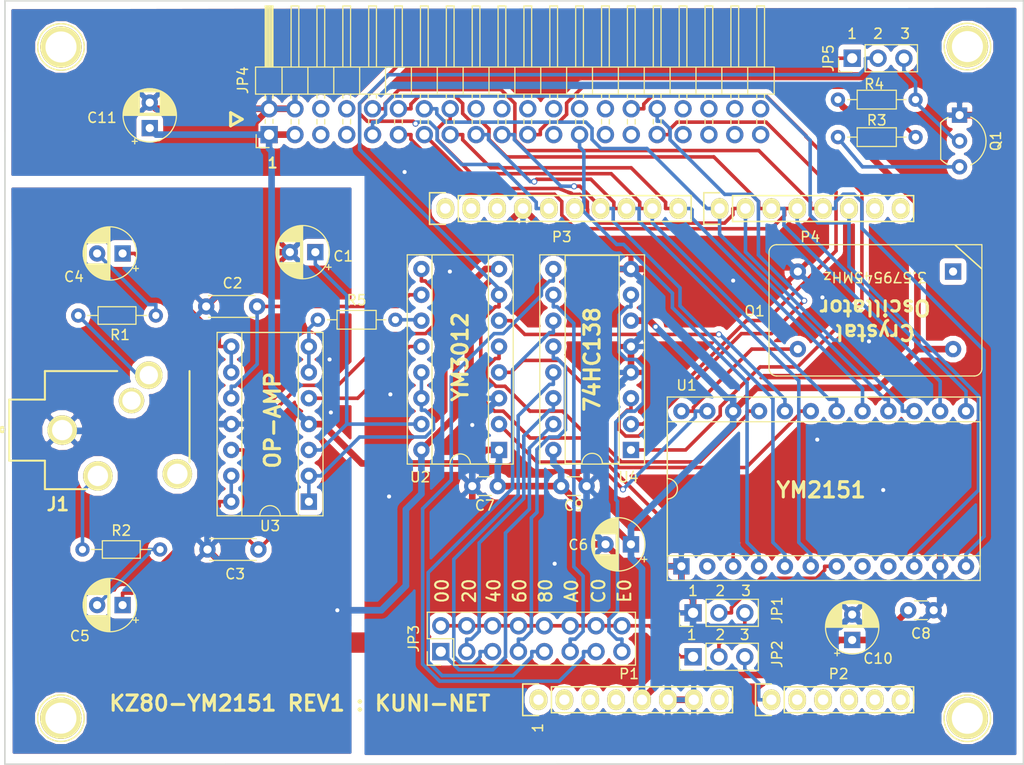
<source format=kicad_pcb>
(kicad_pcb (version 20171130) (host pcbnew "(5.0.0-3-g5ebb6b6)")
  (title_block (date "lun. 30 mars 2015"))
  (layers (0 F.Cu signal) (31 B.Cu signal) (34 B.Paste user) (35 F.Paste user) (36 B.SilkS user) (37 F.SilkS user) (38 B.Mask user) (39 F.Mask user) (44 Edge.Cuts user))
  (net 0 "")
  (net 1 /A0)
  (net 2 "Net-(C1-Pad1)")
  (net 3 GNDA)
  (net 4 "Net-(C2-Pad1)")
  (net 5 "Net-(C3-Pad1)")
  (net 6 "Net-(C4-Pad1)")
  (net 7 "Net-(C4-Pad2)")
  (net 8 "Net-(C5-Pad1)")
  (net 9 "Net-(C5-Pad2)")
  (net 10 VCC)
  (net 11 "Net-(J1-Pad2)")
  (net 12 "Net-(J1-Pad5)")
  (net 13 /~CS)
  (net 14 /phM)
  (net 15 /~IC)
  (net 16 /~WR)
  (net 17 /~RD)
  (net 18 /D7)
  (net 19 /D6)
  (net 20 /D5)
  (net 21 /D4)
  (net 22 /D3)
  (net 23 /D2)
  (net 24 /D1)
  (net 25 /D0)
  (net 26 "Net-(U1-Pad19)")
  (net 27 "Net-(U1-Pad20)")
  (net 28 "Net-(U1-Pad21)")
  (net 29 "Net-(U1-Pad23)")
  (net 30 "Net-(U2-Pad12)")
  (net 31 "Net-(U2-Pad13)")
  (net 32 GNDD)
  (net 33 /~CE)
  (net 34 RES)
  (net 35 "Net-(Q1-Pad3)")
  (net 36 "Net-(JP1-Pad3)")
  (net 37 "Net-(JP2-Pad1)")
  (net 38 "Net-(JP3-Pad1)")
  (net 39 "Net-(JP3-Pad3)")
  (net 40 "Net-(JP3-Pad5)")
  (net 41 "Net-(JP3-Pad7)")
  (net 42 "Net-(JP3-Pad9)")
  (net 43 "Net-(JP3-Pad11)")
  (net 44 "Net-(JP3-Pad13)")
  (net 45 "Net-(JP3-Pad15)")
  (net 46 "Net-(R5-Pad1)")
  (net 47 "Net-(R5-Pad2)")
  (net 48 /A5)
  (net 49 /A6)
  (net 50 /A7)
  (net 51 "Net-(JP5-Pad1)")
  (net 52 "Net-(JP5-Pad3)")
  (module Capacitor_THT:CP_Radial_D5.0mm_P2.50mm (layer F.Cu) (at 117.028 79.853 180)
    (fp_text reference C1 (at -2.74 -0.402 180) (layer F.SilkS))
    (fp_text value 10u)
    (pad 1 thru_hole rect (at 0 0 180) (size 1.6 1.6) (drill 0.8) (layers *.Cu *.Mask) (net 2 "Net-(C1-Pad1)"))
    (pad 2 thru_hole circle (at 2.5 0 180) (size 1.6 1.6) (drill 0.8) (layers *.Cu *.Mask) (net 3 GNDA))
  )
  (module Capacitor_THT:CP_Radial_D5.0mm_P2.50mm (layer F.Cu) (at 98.105 79.98 180)
    (fp_text reference C4 (at 4.777 -2.295 180) (layer F.SilkS))
    (fp_text value 4.7u)
    (pad 2 thru_hole circle (at 2.5 0 180) (size 1.6 1.6) (drill 0.8) (layers *.Cu *.Mask) (net 7 "Net-(C4-Pad2)"))
    (pad 1 thru_hole rect (at 0 0 180) (size 1.6 1.6) (drill 0.8) (layers *.Cu *.Mask) (net 6 "Net-(C4-Pad1)"))
  )
  (module Capacitor_THT:CP_Radial_D5.0mm_P2.50mm (layer F.Cu) (at 98.105 114.524 180)
    (fp_text reference C5 (at 4.197 -3.041 180) (layer F.SilkS))
    (fp_text value 4.7u)
    (pad 1 thru_hole rect (at 0 0 180) (size 1.6 1.6) (drill 0.8) (layers *.Cu *.Mask) (net 8 "Net-(C5-Pad1)"))
    (pad 2 thru_hole circle (at 2.5 0 180) (size 1.6 1.6) (drill 0.8) (layers *.Cu *.Mask) (net 9 "Net-(C5-Pad2)"))
  )
  (module Capacitor_THT:CP_Radial_D5.0mm_P2.50mm (layer F.Cu) (at 148.016 108.555 180)
    (fp_text reference C6 (at 5.168 -0.05 180) (layer F.SilkS))
    (fp_text value 4.7u)
    (pad 2 thru_hole circle (at 2.5 0 180) (size 1.6 1.6) (drill 0.8) (layers *.Cu *.Mask) (net 32 GNDD))
    (pad 1 thru_hole rect (at 0 0 180) (size 1.6 1.6) (drill 0.8) (layers *.Cu *.Mask) (net 10 VCC))
  )
  (module Capacitor_THT:CP_Radial_D5.0mm_P2.50mm (layer F.Cu) (at 169.733 117.953 90)
    (fp_text reference C10 (at -1.822 2.545 180) (layer F.SilkS))
    (fp_text value 4.7u)
    (pad 1 thru_hole rect (at 0 0 90) (size 1.6 1.6) (drill 0.8) (layers *.Cu *.Mask) (net 10 VCC))
    (pad 2 thru_hole circle (at 2.5 0 90) (size 1.6 1.6) (drill 0.8) (layers *.Cu *.Mask) (net 32 GNDD))
  )
  (module Resistor_THT:R_Axial_DIN0204_L3.6mm_D1.6mm_P7.62mm_Horizontal (layer F.Cu) (at 117.268 86.495)
    (fp_text reference R5 (at 3.81 -1.92) (layer F.SilkS))
    (fp_text value 100)
    (pad 1 thru_hole circle (at 0 0) (size 1.4 1.4) (drill 0.7) (layers *.Cu *.Mask) (net 46 "Net-(R5-Pad1)"))
    (pad 2 thru_hole oval (at 7.62 0) (size 1.4 1.4) (drill 0.7) (layers *.Cu *.Mask) (net 47 "Net-(R5-Pad2)"))
  )
  (module Connector_PinHeader_2.54mm:PinHeader_2x08_P2.54mm_Vertical (layer F.Cu) (at 129.347 119.096 90)
    (fp_text reference JP3 (at 1.27 -2.667 90) (layer F.SilkS))
    (fp_text value "I/O ADDR JP")
    (pad 1 thru_hole rect (at 0 0 90) (size 1.7 1.7) (drill 1) (layers *.Cu *.Mask) (net 38 "Net-(JP3-Pad1)"))
    (pad 2 thru_hole oval (at 2.54 0 90) (size 1.7 1.7) (drill 1) (layers *.Cu *.Mask) (net 37 "Net-(JP2-Pad1)"))
    (pad 3 thru_hole oval (at 0 2.54 90) (size 1.7 1.7) (drill 1) (layers *.Cu *.Mask) (net 39 "Net-(JP3-Pad3)"))
    (pad 4 thru_hole oval (at 2.54 2.54 90) (size 1.7 1.7) (drill 1) (layers *.Cu *.Mask) (net 37 "Net-(JP2-Pad1)"))
    (pad 5 thru_hole oval (at 0 5.08 90) (size 1.7 1.7) (drill 1) (layers *.Cu *.Mask) (net 40 "Net-(JP3-Pad5)"))
    (pad 6 thru_hole oval (at 2.54 5.08 90) (size 1.7 1.7) (drill 1) (layers *.Cu *.Mask) (net 37 "Net-(JP2-Pad1)"))
    (pad 7 thru_hole oval (at 0 7.62 90) (size 1.7 1.7) (drill 1) (layers *.Cu *.Mask) (net 41 "Net-(JP3-Pad7)"))
    (pad 8 thru_hole oval (at 2.54 7.62 90) (size 1.7 1.7) (drill 1) (layers *.Cu *.Mask) (net 37 "Net-(JP2-Pad1)"))
    (pad 9 thru_hole oval (at 0 10.16 90) (size 1.7 1.7) (drill 1) (layers *.Cu *.Mask) (net 42 "Net-(JP3-Pad9)"))
    (pad 10 thru_hole oval (at 2.54 10.16 90) (size 1.7 1.7) (drill 1) (layers *.Cu *.Mask) (net 37 "Net-(JP2-Pad1)"))
    (pad 11 thru_hole oval (at 0 12.7 90) (size 1.7 1.7) (drill 1) (layers *.Cu *.Mask) (net 43 "Net-(JP3-Pad11)"))
    (pad 12 thru_hole oval (at 2.54 12.7 90) (size 1.7 1.7) (drill 1) (layers *.Cu *.Mask) (net 37 "Net-(JP2-Pad1)"))
    (pad 13 thru_hole oval (at 0 15.24 90) (size 1.7 1.7) (drill 1) (layers *.Cu *.Mask) (net 44 "Net-(JP3-Pad13)"))
    (pad 14 thru_hole oval (at 2.54 15.24 90) (size 1.7 1.7) (drill 1) (layers *.Cu *.Mask) (net 37 "Net-(JP2-Pad1)"))
    (pad 15 thru_hole oval (at 0 17.78 90) (size 1.7 1.7) (drill 1) (layers *.Cu *.Mask) (net 45 "Net-(JP3-Pad15)"))
    (pad 16 thru_hole oval (at 2.54 17.78 90) (size 1.7 1.7) (drill 1) (layers *.Cu *.Mask) (net 37 "Net-(JP2-Pad1)"))
  )
  (module Connector_PinHeader_2.54mm:PinHeader_2x20_P2.54mm_Horizontal (layer F.Cu) (at 112.488 68.305 90)
    (fp_text reference JP4 (at 5.343 -2.572 90) (layer F.SilkS))
    (fp_text value "SBC8080 BUS")
    (pad 1 thru_hole rect (at 0 0 90) (size 1.7 1.7) (drill 1) (layers *.Cu *.Mask) (net 10 VCC))
    (pad 2 thru_hole oval (at 2.54 0 90) (size 1.7 1.7) (drill 1) (layers *.Cu *.Mask) (net 32 GNDD))
    (pad 3 thru_hole oval (at 0 2.54 90) (size 1.7 1.7) (drill 1) (layers *.Cu *.Mask) (net 10 VCC))
    (pad 4 thru_hole oval (at 2.54 2.54 90) (size 1.7 1.7) (drill 1) (layers *.Cu *.Mask) (net 32 GNDD))
    (pad 5 thru_hole oval (at 0 5.08 90) (size 1.7 1.7) (drill 1) (layers *.Cu *.Mask))
    (pad 6 thru_hole oval (at 2.54 5.08 90) (size 1.7 1.7) (drill 1) (layers *.Cu *.Mask))
    (pad 7 thru_hole oval (at 0 7.62 90) (size 1.7 1.7) (drill 1) (layers *.Cu *.Mask))
    (pad 8 thru_hole oval (at 2.54 7.62 90) (size 1.7 1.7) (drill 1) (layers *.Cu *.Mask))
    (pad 9 thru_hole oval (at 0 10.16 90) (size 1.7 1.7) (drill 1) (layers *.Cu *.Mask) (net 25 /D0))
    (pad 10 thru_hole oval (at 2.54 10.16 90) (size 1.7 1.7) (drill 1) (layers *.Cu *.Mask) (net 24 /D1))
    (pad 11 thru_hole oval (at 0 12.7 90) (size 1.7 1.7) (drill 1) (layers *.Cu *.Mask) (net 23 /D2))
    (pad 12 thru_hole oval (at 2.54 12.7 90) (size 1.7 1.7) (drill 1) (layers *.Cu *.Mask) (net 22 /D3))
    (pad 13 thru_hole oval (at 0 15.24 90) (size 1.7 1.7) (drill 1) (layers *.Cu *.Mask) (net 21 /D4))
    (pad 14 thru_hole oval (at 2.54 15.24 90) (size 1.7 1.7) (drill 1) (layers *.Cu *.Mask) (net 20 /D5))
    (pad 15 thru_hole oval (at 0 17.78 90) (size 1.7 1.7) (drill 1) (layers *.Cu *.Mask) (net 19 /D6))
    (pad 16 thru_hole oval (at 2.54 17.78 90) (size 1.7 1.7) (drill 1) (layers *.Cu *.Mask) (net 18 /D7))
    (pad 17 thru_hole oval (at 0 20.32 90) (size 1.7 1.7) (drill 1) (layers *.Cu *.Mask) (net 17 /~RD))
    (pad 18 thru_hole oval (at 2.54 20.32 90) (size 1.7 1.7) (drill 1) (layers *.Cu *.Mask))
    (pad 19 thru_hole oval (at 0 22.86 90) (size 1.7 1.7) (drill 1) (layers *.Cu *.Mask) (net 16 /~WR))
    (pad 20 thru_hole oval (at 2.54 22.86 90) (size 1.7 1.7) (drill 1) (layers *.Cu *.Mask))
    (pad 21 thru_hole oval (at 0 25.4 90) (size 1.7 1.7) (drill 1) (layers *.Cu *.Mask) (net 34 RES))
    (pad 22 thru_hole oval (at 2.54 25.4 90) (size 1.7 1.7) (drill 1) (layers *.Cu *.Mask))
    (pad 23 thru_hole oval (at 0 27.94 90) (size 1.7 1.7) (drill 1) (layers *.Cu *.Mask))
    (pad 24 thru_hole oval (at 2.54 27.94 90) (size 1.7 1.7) (drill 1) (layers *.Cu *.Mask))
    (pad 25 thru_hole oval (at 0 30.48 90) (size 1.7 1.7) (drill 1) (layers *.Cu *.Mask) (net 1 /A0))
    (pad 26 thru_hole oval (at 2.54 30.48 90) (size 1.7 1.7) (drill 1) (layers *.Cu *.Mask))
    (pad 27 thru_hole oval (at 0 33.02 90) (size 1.7 1.7) (drill 1) (layers *.Cu *.Mask))
    (pad 28 thru_hole oval (at 2.54 33.02 90) (size 1.7 1.7) (drill 1) (layers *.Cu *.Mask))
    (pad 29 thru_hole oval (at 0 35.56 90) (size 1.7 1.7) (drill 1) (layers *.Cu *.Mask))
    (pad 30 thru_hole oval (at 2.54 35.56 90) (size 1.7 1.7) (drill 1) (layers *.Cu *.Mask) (net 48 /A5))
    (pad 31 thru_hole oval (at 0 38.1 90) (size 1.7 1.7) (drill 1) (layers *.Cu *.Mask) (net 49 /A6))
    (pad 32 thru_hole oval (at 2.54 38.1 90) (size 1.7 1.7) (drill 1) (layers *.Cu *.Mask) (net 50 /A7))
    (pad 33 thru_hole oval (at 0 40.64 90) (size 1.7 1.7) (drill 1) (layers *.Cu *.Mask))
    (pad 34 thru_hole oval (at 2.54 40.64 90) (size 1.7 1.7) (drill 1) (layers *.Cu *.Mask))
    (pad 35 thru_hole oval (at 0 43.18 90) (size 1.7 1.7) (drill 1) (layers *.Cu *.Mask))
    (pad 36 thru_hole oval (at 2.54 43.18 90) (size 1.7 1.7) (drill 1) (layers *.Cu *.Mask))
    (pad 37 thru_hole oval (at 0 45.72 90) (size 1.7 1.7) (drill 1) (layers *.Cu *.Mask))
    (pad 38 thru_hole oval (at 2.54 45.72 90) (size 1.7 1.7) (drill 1) (layers *.Cu *.Mask))
    (pad 39 thru_hole oval (at 0 48.26 90) (size 1.7 1.7) (drill 1) (layers *.Cu *.Mask))
    (pad 40 thru_hole oval (at 2.54 48.26 90) (size 1.7 1.7) (drill 1) (layers *.Cu *.Mask))
  )
  (module Capacitor_THT:CP_Radial_D5.0mm_P2.50mm (layer F.Cu) (at 100.772 67.661 90)
    (fp_text reference C11 (at 1.016 -4.699 180) (layer F.SilkS))
    (fp_text value 4.7u)
    (pad 1 thru_hole rect (at 0 0 90) (size 1.6 1.6) (drill 0.8) (layers *.Cu *.Mask) (net 10 VCC))
    (pad 2 thru_hole circle (at 2.5 0 90) (size 1.6 1.6) (drill 0.8) (layers *.Cu *.Mask) (net 32 GNDD))
  )
  (module Capacitor_THT:C_Disc_D3.0mm_W1.6mm_P2.50mm (layer F.Cu) (at 134.935 102.84 180)
    (fp_text reference C7 (at 1.27 -1.905 180) (layer F.SilkS))
    (fp_text value 0.1u)
    (pad 1 thru_hole circle (at 0 0 180) (size 1.6 1.6) (drill 0.8) (layers *.Cu *.Mask) (net 10 VCC))
    (pad 2 thru_hole circle (at 2.5 0 180) (size 1.6 1.6) (drill 0.8) (layers *.Cu *.Mask) (net 32 GNDD))
  )
  (module Capacitor_THT:C_Disc_D3.0mm_W1.6mm_P2.50mm (layer F.Cu) (at 175.234 115.032)
    (fp_text reference C8 (at 1.25 2.286) (layer F.SilkS))
    (fp_text value 0.1u)
    (pad 2 thru_hole circle (at 2.5 0) (size 1.6 1.6) (drill 0.8) (layers *.Cu *.Mask) (net 32 GNDD))
    (pad 1 thru_hole circle (at 0 0) (size 1.6 1.6) (drill 0.8) (layers *.Cu *.Mask) (net 10 VCC))
  )
  (module Capacitor_THT:C_Disc_D3.0mm_W1.6mm_P2.50mm (layer F.Cu) (at 141.158 102.84)
    (fp_text reference C9 (at 1.25 1.905) (layer F.SilkS))
    (fp_text value 0.1u)
    (pad 1 thru_hole circle (at 0 0) (size 1.6 1.6) (drill 0.8) (layers *.Cu *.Mask) (net 10 VCC))
    (pad 2 thru_hole circle (at 2.5 0) (size 1.6 1.6) (drill 0.8) (layers *.Cu *.Mask) (net 32 GNDD))
  )
  (module Connector_PinHeader_2.54mm:PinHeader_1x03_P2.54mm_Vertical (layer F.Cu) (at 154.112 115.286 90)
    (fp_text reference JP1 (at 0.254 8.255 90) (layer F.SilkS))
    (fp_text value "Aruduino Jumper")
    (pad 3 thru_hole oval (at 0 5.08 90) (size 1.7 1.7) (drill 1) (layers *.Cu *.Mask) (net 36 "Net-(JP1-Pad3)"))
    (pad 2 thru_hole oval (at 0 2.54 90) (size 1.7 1.7) (drill 1) (layers *.Cu *.Mask) (net 13 /~CS))
    (pad 1 thru_hole rect (at 0 0 90) (size 1.7 1.7) (drill 1) (layers *.Cu *.Mask) (net 32 GNDD))
  )
  (module Connector_PinHeader_2.54mm:PinHeader_1x03_P2.54mm_Vertical (layer F.Cu) (at 154.112 119.604 90)
    (fp_text reference JP2 (at 0.254 8.255 90) (layer F.SilkS))
    (fp_text value "SBC Jumper")
    (pad 1 thru_hole rect (at 0 0 90) (size 1.7 1.7) (drill 1) (layers *.Cu *.Mask) (net 37 "Net-(JP2-Pad1)"))
    (pad 2 thru_hole oval (at 0 2.54 90) (size 1.7 1.7) (drill 1) (layers *.Cu *.Mask) (net 36 "Net-(JP1-Pad3)"))
    (pad 3 thru_hole oval (at 0 5.08 90) (size 1.7 1.7) (drill 1) (layers *.Cu *.Mask) (net 33 /~CE))
  )
  (module Package_TO_SOT_THT:TO-92_Inline_Wide (layer F.Cu) (at 180.274 66.391 270)
    (fp_text reference Q1 (at 2.54 -3.56 270) (layer F.SilkS))
    (fp_text value 2SC1815)
    (pad 2 thru_hole circle (at 2.54 0) (size 1.5 1.5) (drill 0.8) (layers *.Cu *.Mask) (net 52 "Net-(JP5-Pad3)"))
    (pad 3 thru_hole circle (at 5.08 0) (size 1.5 1.5) (drill 0.8) (layers *.Cu *.Mask) (net 35 "Net-(Q1-Pad3)"))
    (pad 1 thru_hole rect (at 0 0) (size 1.5 1.5) (drill 0.8) (layers *.Cu *.Mask) (net 32 GNDD))
  )
  (module Package_DIP:DIP-16_W7.62mm_Socket (layer F.Cu) (at 148.016 99.284 180)
    (fp_text reference U4 (at 0.254 -2.667 180) (layer F.SilkS))
    (fp_text value 74LS138)
    (pad 1 thru_hole rect (at 0 0 180) (size 1.6 1.6) (drill 0.8) (layers *.Cu *.Mask) (net 48 /A5))
    (pad 9 thru_hole oval (at 7.62 17.78 180) (size 1.6 1.6) (drill 0.8) (layers *.Cu *.Mask) (net 44 "Net-(JP3-Pad13)"))
    (pad 2 thru_hole oval (at 0 2.54 180) (size 1.6 1.6) (drill 0.8) (layers *.Cu *.Mask) (net 49 /A6))
    (pad 10 thru_hole oval (at 7.62 15.24 180) (size 1.6 1.6) (drill 0.8) (layers *.Cu *.Mask) (net 43 "Net-(JP3-Pad11)"))
    (pad 3 thru_hole oval (at 0 5.08 180) (size 1.6 1.6) (drill 0.8) (layers *.Cu *.Mask) (net 50 /A7))
    (pad 11 thru_hole oval (at 7.62 12.7 180) (size 1.6 1.6) (drill 0.8) (layers *.Cu *.Mask) (net 42 "Net-(JP3-Pad9)"))
    (pad 4 thru_hole oval (at 0 7.62 180) (size 1.6 1.6) (drill 0.8) (layers *.Cu *.Mask) (net 32 GNDD))
    (pad 12 thru_hole oval (at 7.62 10.16 180) (size 1.6 1.6) (drill 0.8) (layers *.Cu *.Mask) (net 41 "Net-(JP3-Pad7)"))
    (pad 5 thru_hole oval (at 0 10.16 180) (size 1.6 1.6) (drill 0.8) (layers *.Cu *.Mask) (net 32 GNDD))
    (pad 13 thru_hole oval (at 7.62 7.62 180) (size 1.6 1.6) (drill 0.8) (layers *.Cu *.Mask) (net 40 "Net-(JP3-Pad5)"))
    (pad 6 thru_hole oval (at 0 12.7 180) (size 1.6 1.6) (drill 0.8) (layers *.Cu *.Mask) (net 10 VCC))
    (pad 14 thru_hole oval (at 7.62 5.08 180) (size 1.6 1.6) (drill 0.8) (layers *.Cu *.Mask) (net 39 "Net-(JP3-Pad3)"))
    (pad 7 thru_hole oval (at 0 15.24 180) (size 1.6 1.6) (drill 0.8) (layers *.Cu *.Mask) (net 45 "Net-(JP3-Pad15)"))
    (pad 15 thru_hole oval (at 7.62 2.54 180) (size 1.6 1.6) (drill 0.8) (layers *.Cu *.Mask) (net 38 "Net-(JP3-Pad1)"))
    (pad 8 thru_hole oval (at 0 17.78 180) (size 1.6 1.6) (drill 0.8) (layers *.Cu *.Mask) (net 32 GNDD))
    (pad 16 thru_hole oval (at 7.62 0 180) (size 1.6 1.6) (drill 0.8) (layers *.Cu *.Mask) (net 10 VCC))
  )
  (module Resistor_THT:R_Axial_DIN0204_L3.6mm_D1.6mm_P7.62mm_Horizontal (layer F.Cu) (at 168.336 68.55)
    (fp_text reference R3 (at 3.81 -1.651) (layer F.SilkS))
    (fp_text value 100k)
    (pad 2 thru_hole oval (at 7.62 0) (size 1.4 1.4) (drill 0.7) (layers *.Cu *.Mask) (net 34 RES))
    (pad 1 thru_hole circle (at 0 0) (size 1.4 1.4) (drill 0.7) (layers *.Cu *.Mask) (net 35 "Net-(Q1-Pad3)"))
  )
  (module Resistor_THT:R_Axial_DIN0204_L3.6mm_D1.6mm_P7.62mm_Horizontal (layer F.Cu) (at 175.956 64.867 180)
    (fp_text reference R4 (at 4.064 1.524 180) (layer F.SilkS))
    (fp_text value 1k)
    (pad 1 thru_hole circle (at 0 0 180) (size 1.4 1.4) (drill 0.7) (layers *.Cu *.Mask) (net 52 "Net-(JP5-Pad3)"))
    (pad 2 thru_hole oval (at 7.62 0 180) (size 1.4 1.4) (drill 0.7) (layers *.Cu *.Mask) (net 10 VCC))
  )
  (module AJ-1780:AJ-1780 (layer F.Cu) (at 90.478 97.335)
    (fp_text reference J1 (at 1.277 7.283) (layer F.SilkS) (effects (font (size 1.27 1.27) (thickness 0.254))))
    (fp_text value Audio-Jack-3_2Switches hide)
    (pad 1 thru_hole circle (at 1.7 0 90) (size 2.9 2.9) (drill 2) (layers *.Cu *.Mask F.SilkS) (net 3 GNDA))
    (pad 2 thru_hole circle (at 10.2 -5.4 90) (size 2.7 2.7) (drill 1.8) (layers *.Cu *.Mask F.SilkS) (net 11 "Net-(J1-Pad2)"))
    (pad 3 thru_hole circle (at 8.5 -2.9 90) (size 2.5 2.5) (drill 1.8) (layers *.Cu *.Mask F.SilkS))
    (pad 4 thru_hole circle (at 13 4.3 90) (size 2.9 2.9) (drill 2) (layers *.Cu *.Mask F.SilkS))
    (pad 5 thru_hole circle (at 5.2 4.5 90) (size 2.9 2.9) (drill 2) (layers *.Cu *.Mask F.SilkS) (net 12 "Net-(J1-Pad5)"))
  )
  (module Capacitor_THT:C_Disc_D4.3mm_W1.9mm_P5.00mm (layer F.Cu) (at 111.44 109.063 180)
    (fp_text reference C3 (at 2.286 -2.413 180) (layer F.SilkS))
    (fp_text value 3300p)
    (pad 2 thru_hole circle (at 5 0 180) (size 1.6 1.6) (drill 0.8) (layers *.Cu *.Mask) (net 3 GNDA))
    (pad 1 thru_hole circle (at 0 0 180) (size 1.6 1.6) (drill 0.8) (layers *.Cu *.Mask) (net 5 "Net-(C3-Pad1)"))
  )
  (module Capacitor_THT:C_Disc_D4.3mm_W1.9mm_P5.00mm (layer F.Cu) (at 111.313 85.187 180)
    (fp_text reference C2 (at 2.413 2.286 180) (layer F.SilkS))
    (fp_text value 3300p)
    (pad 1 thru_hole circle (at 0 0 180) (size 1.6 1.6) (drill 0.8) (layers *.Cu *.Mask) (net 4 "Net-(C2-Pad1)"))
    (pad 2 thru_hole circle (at 5 0 180) (size 1.6 1.6) (drill 0.8) (layers *.Cu *.Mask) (net 3 GNDA))
  )
  (module Socket_Arduino_Uno:Socket_Strip_Arduino_1x08 (layer F.Cu) (at 138.938 123.825)
    (fp_text reference P1 (at 8.89 -2.54) (layer F.SilkS))
    (fp_text value Power)
    (pad 1 thru_hole oval (at 0 0) (size 1.7272 2.032) (drill 1.016) (layers *.Cu *.Mask F.SilkS))
    (pad 2 thru_hole oval (at 2.54 0) (size 1.7272 2.032) (drill 1.016) (layers *.Cu *.Mask F.SilkS))
    (pad 3 thru_hole oval (at 5.08 0) (size 1.7272 2.032) (drill 1.016) (layers *.Cu *.Mask F.SilkS))
    (pad 4 thru_hole oval (at 7.62 0) (size 1.7272 2.032) (drill 1.016) (layers *.Cu *.Mask F.SilkS))
    (pad 5 thru_hole oval (at 10.16 0) (size 1.7272 2.032) (drill 1.016) (layers *.Cu *.Mask F.SilkS) (net 10 VCC))
    (pad 6 thru_hole oval (at 12.7 0) (size 1.7272 2.032) (drill 1.016) (layers *.Cu *.Mask F.SilkS) (net 32 GNDD))
    (pad 7 thru_hole oval (at 15.24 0) (size 1.7272 2.032) (drill 1.016) (layers *.Cu *.Mask F.SilkS) (net 32 GNDD))
    (pad 8 thru_hole oval (at 17.78 0) (size 1.7272 2.032) (drill 1.016) (layers *.Cu *.Mask F.SilkS))
  )
  (module Socket_Arduino_Uno:Socket_Strip_Arduino_1x06 (layer F.Cu) (at 161.798 123.825)
    (fp_text reference P2 (at 6.604 -2.54) (layer F.SilkS))
    (fp_text value Analog)
    (pad 1 thru_hole oval (at 0 0) (size 1.7272 2.032) (drill 1.016) (layers *.Cu *.Mask F.SilkS) (net 33 /~CE))
    (pad 2 thru_hole oval (at 2.54 0) (size 1.7272 2.032) (drill 1.016) (layers *.Cu *.Mask F.SilkS))
    (pad 3 thru_hole oval (at 5.08 0) (size 1.7272 2.032) (drill 1.016) (layers *.Cu *.Mask F.SilkS))
    (pad 4 thru_hole oval (at 7.62 0) (size 1.7272 2.032) (drill 1.016) (layers *.Cu *.Mask F.SilkS))
    (pad 5 thru_hole oval (at 10.16 0) (size 1.7272 2.032) (drill 1.016) (layers *.Cu *.Mask F.SilkS))
    (pad 6 thru_hole oval (at 12.7 0) (size 1.7272 2.032) (drill 1.016) (layers *.Cu *.Mask F.SilkS))
  )
  (module Socket_Arduino_Uno:Socket_Strip_Arduino_1x10 (layer F.Cu) (at 129.794 75.565)
    (fp_text reference P3 (at 11.43 2.794) (layer F.SilkS))
    (fp_text value Digital)
    (pad 1 thru_hole oval (at 0 0) (size 1.7272 2.032) (drill 1.016) (layers *.Cu *.Mask F.SilkS))
    (pad 2 thru_hole oval (at 2.54 0) (size 1.7272 2.032) (drill 1.016) (layers *.Cu *.Mask F.SilkS))
    (pad 3 thru_hole oval (at 5.08 0) (size 1.7272 2.032) (drill 1.016) (layers *.Cu *.Mask F.SilkS))
    (pad 4 thru_hole oval (at 7.62 0) (size 1.7272 2.032) (drill 1.016) (layers *.Cu *.Mask F.SilkS) (net 32 GNDD))
    (pad 5 thru_hole oval (at 10.16 0) (size 1.7272 2.032) (drill 1.016) (layers *.Cu *.Mask F.SilkS) (net 51 "Net-(JP5-Pad1)"))
    (pad 6 thru_hole oval (at 12.7 0) (size 1.7272 2.032) (drill 1.016) (layers *.Cu *.Mask F.SilkS) (net 1 /A0))
    (pad 7 thru_hole oval (at 15.24 0) (size 1.7272 2.032) (drill 1.016) (layers *.Cu *.Mask F.SilkS) (net 16 /~WR))
    (pad 8 thru_hole oval (at 17.78 0) (size 1.7272 2.032) (drill 1.016) (layers *.Cu *.Mask F.SilkS) (net 17 /~RD))
    (pad 9 thru_hole oval (at 20.32 0) (size 1.7272 2.032) (drill 1.016) (layers *.Cu *.Mask F.SilkS) (net 18 /D7))
    (pad 10 thru_hole oval (at 22.86 0) (size 1.7272 2.032) (drill 1.016) (layers *.Cu *.Mask F.SilkS) (net 19 /D6))
  )
  (module Socket_Arduino_Uno:Socket_Strip_Arduino_1x08 (layer F.Cu) (at 156.718 75.565)
    (fp_text reference P4 (at 8.89 2.794) (layer F.SilkS))
    (fp_text value Digital)
    (pad 1 thru_hole oval (at 0 0) (size 1.7272 2.032) (drill 1.016) (layers *.Cu *.Mask F.SilkS) (net 20 /D5))
    (pad 2 thru_hole oval (at 2.54 0) (size 1.7272 2.032) (drill 1.016) (layers *.Cu *.Mask F.SilkS) (net 21 /D4))
    (pad 3 thru_hole oval (at 5.08 0) (size 1.7272 2.032) (drill 1.016) (layers *.Cu *.Mask F.SilkS) (net 22 /D3))
    (pad 4 thru_hole oval (at 7.62 0) (size 1.7272 2.032) (drill 1.016) (layers *.Cu *.Mask F.SilkS) (net 23 /D2))
    (pad 5 thru_hole oval (at 10.16 0) (size 1.7272 2.032) (drill 1.016) (layers *.Cu *.Mask F.SilkS) (net 24 /D1))
    (pad 6 thru_hole oval (at 12.7 0) (size 1.7272 2.032) (drill 1.016) (layers *.Cu *.Mask F.SilkS) (net 25 /D0))
    (pad 7 thru_hole oval (at 15.24 0) (size 1.7272 2.032) (drill 1.016) (layers *.Cu *.Mask F.SilkS))
    (pad 8 thru_hole oval (at 17.78 0) (size 1.7272 2.032) (drill 1.016) (layers *.Cu *.Mask F.SilkS))
  )
  (module Socket_Arduino_Uno:Arduino_1pin (layer F.Cu) (at 92.048 125.635)
    (fp_text reference P5 hide)
    (fp_text value CONN_01X01 hide)
    (pad 1 thru_hole circle (at 0 0) (size 4.064 4.064) (drill 3.048) (layers *.Cu *.Mask F.SilkS))
  )
  (module Socket_Arduino_Uno:Arduino_1pin (layer F.Cu) (at 181.038 125.645)
    (fp_text reference P6 hide)
    (fp_text value CONN_01X01 hide)
    (pad 1 thru_hole circle (at 0 0) (size 4.064 4.064) (drill 3.048) (layers *.Cu *.Mask F.SilkS))
  )
  (module Socket_Arduino_Uno:Arduino_1pin (layer F.Cu) (at 92.058 59.695)
    (fp_text reference P7 hide)
    (fp_text value CONN_01X01 hide)
    (pad 1 thru_hole circle (at 0 0) (size 4.064 4.064) (drill 3.048) (layers *.Cu *.Mask F.SilkS))
  )
  (module Socket_Arduino_Uno:Arduino_1pin (layer F.Cu) (at 181.048 59.655)
    (fp_text reference P8 hide)
    (fp_text value CONN_01X01 hide)
    (pad 1 thru_hole circle (at 0 0) (size 4.064 4.064) (drill 3.048) (layers *.Cu *.Mask F.SilkS))
  )
  (module Resistors_THT:R_Axial_DIN0204_L3.6mm_D1.6mm_P7.62mm_Horizontal (layer F.Cu) (at 93.748 86.075)
    (fp_text reference R1 (at 4.103 1.906) (layer F.SilkS))
    (fp_text value 1k)
    (pad 1 thru_hole circle (at 0 0) (size 1.4 1.4) (drill 0.7) (layers *.Cu *.Mask) (net 11 "Net-(J1-Pad2)"))
    (pad 2 thru_hole oval (at 7.62 0) (size 1.4 1.4) (drill 0.7) (layers *.Cu *.Mask) (net 7 "Net-(C4-Pad2)"))
  )
  (module Resistors_THT:R_Axial_DIN0204_L3.6mm_D1.6mm_P7.62mm_Horizontal (layer F.Cu) (at 94.168 109.063)
    (fp_text reference R2 (at 3.81 -1.86) (layer F.SilkS))
    (fp_text value 1k)
    (pad 1 thru_hole circle (at 0 0) (size 1.4 1.4) (drill 0.7) (layers *.Cu *.Mask) (net 12 "Net-(J1-Pad5)"))
    (pad 2 thru_hole oval (at 7.62 0) (size 1.4 1.4) (drill 0.7) (layers *.Cu *.Mask) (net 9 "Net-(C5-Pad2)"))
  )
  (module Housings_DIP:DIP-24_W15.24mm_Socket (layer F.Cu) (at 152.969 110.714 90)
    (fp_text reference U1 (at 17.78 0.508 180) (layer F.SilkS))
    (fp_text value YM2151)
    (pad 1 thru_hole rect (at 0 0 90) (size 1.6 1.6) (drill 0.8) (layers *.Cu *.Mask) (net 32 GNDD))
    (pad 13 thru_hole oval (at 15.24 27.94 90) (size 1.6 1.6) (drill 0.8) (layers *.Cu *.Mask) (net 23 /D2))
    (pad 2 thru_hole oval (at 0 2.54 90) (size 1.6 1.6) (drill 0.8) (layers *.Cu *.Mask))
    (pad 14 thru_hole oval (at 15.24 25.4 90) (size 1.6 1.6) (drill 0.8) (layers *.Cu *.Mask) (net 22 /D3))
    (pad 3 thru_hole oval (at 0 5.08 90) (size 1.6 1.6) (drill 0.8) (layers *.Cu *.Mask) (net 15 /~IC))
    (pad 15 thru_hole oval (at 15.24 22.86 90) (size 1.6 1.6) (drill 0.8) (layers *.Cu *.Mask) (net 21 /D4))
    (pad 4 thru_hole oval (at 0 7.62 90) (size 1.6 1.6) (drill 0.8) (layers *.Cu *.Mask) (net 1 /A0))
    (pad 16 thru_hole oval (at 15.24 20.32 90) (size 1.6 1.6) (drill 0.8) (layers *.Cu *.Mask) (net 20 /D5))
    (pad 5 thru_hole oval (at 0 10.16 90) (size 1.6 1.6) (drill 0.8) (layers *.Cu *.Mask) (net 16 /~WR))
    (pad 17 thru_hole oval (at 15.24 17.78 90) (size 1.6 1.6) (drill 0.8) (layers *.Cu *.Mask) (net 19 /D6))
    (pad 6 thru_hole oval (at 0 12.7 90) (size 1.6 1.6) (drill 0.8) (layers *.Cu *.Mask) (net 17 /~RD))
    (pad 18 thru_hole oval (at 15.24 15.24 90) (size 1.6 1.6) (drill 0.8) (layers *.Cu *.Mask) (net 18 /D7))
    (pad 7 thru_hole oval (at 0 15.24 90) (size 1.6 1.6) (drill 0.8) (layers *.Cu *.Mask) (net 13 /~CS))
    (pad 19 thru_hole oval (at 15.24 12.7 90) (size 1.6 1.6) (drill 0.8) (layers *.Cu *.Mask) (net 26 "Net-(U1-Pad19)"))
    (pad 8 thru_hole oval (at 0 17.78 90) (size 1.6 1.6) (drill 0.8) (layers *.Cu *.Mask))
    (pad 20 thru_hole oval (at 15.24 10.16 90) (size 1.6 1.6) (drill 0.8) (layers *.Cu *.Mask) (net 27 "Net-(U1-Pad20)"))
    (pad 9 thru_hole oval (at 0 20.32 90) (size 1.6 1.6) (drill 0.8) (layers *.Cu *.Mask))
    (pad 21 thru_hole oval (at 15.24 7.62 90) (size 1.6 1.6) (drill 0.8) (layers *.Cu *.Mask) (net 28 "Net-(U1-Pad21)"))
    (pad 10 thru_hole oval (at 0 22.86 90) (size 1.6 1.6) (drill 0.8) (layers *.Cu *.Mask) (net 25 /D0))
    (pad 22 thru_hole oval (at 15.24 5.08 90) (size 1.6 1.6) (drill 0.8) (layers *.Cu *.Mask) (net 10 VCC))
    (pad 11 thru_hole oval (at 0 25.4 90) (size 1.6 1.6) (drill 0.8) (layers *.Cu *.Mask) (net 32 GNDD))
    (pad 23 thru_hole oval (at 15.24 2.54 90) (size 1.6 1.6) (drill 0.8) (layers *.Cu *.Mask) (net 29 "Net-(U1-Pad23)"))
    (pad 12 thru_hole oval (at 0 27.94 90) (size 1.6 1.6) (drill 0.8) (layers *.Cu *.Mask) (net 24 /D1))
    (pad 24 thru_hole oval (at 15.24 0 90) (size 1.6 1.6) (drill 0.8) (layers *.Cu *.Mask) (net 14 /phM))
  )
  (module Housings_DIP:DIP-16_W7.62mm_Socket (layer F.Cu) (at 135.062 99.284 180)
    (fp_text reference U2 (at 7.747 -2.667 180) (layer F.SilkS))
    (fp_text value YM3012)
    (pad 1 thru_hole rect (at 0 0 180) (size 1.6 1.6) (drill 0.8) (layers *.Cu *.Mask) (net 10 VCC))
    (pad 9 thru_hole oval (at 7.62 17.78 180) (size 1.6 1.6) (drill 0.8) (layers *.Cu *.Mask) (net 5 "Net-(C3-Pad1)"))
    (pad 2 thru_hole oval (at 0 2.54 180) (size 1.6 1.6) (drill 0.8) (layers *.Cu *.Mask) (net 29 "Net-(U1-Pad23)"))
    (pad 10 thru_hole oval (at 7.62 15.24 180) (size 1.6 1.6) (drill 0.8) (layers *.Cu *.Mask) (net 4 "Net-(C2-Pad1)"))
    (pad 3 thru_hole oval (at 0 5.08 180) (size 1.6 1.6) (drill 0.8) (layers *.Cu *.Mask) (net 32 GNDD))
    (pad 11 thru_hole oval (at 7.62 12.7 180) (size 1.6 1.6) (drill 0.8) (layers *.Cu *.Mask) (net 47 "Net-(R5-Pad2)"))
    (pad 4 thru_hole oval (at 0 7.62 180) (size 1.6 1.6) (drill 0.8) (layers *.Cu *.Mask) (net 28 "Net-(U1-Pad21)"))
    (pad 12 thru_hole oval (at 7.62 10.16 180) (size 1.6 1.6) (drill 0.8) (layers *.Cu *.Mask) (net 30 "Net-(U2-Pad12)"))
    (pad 5 thru_hole oval (at 0 10.16 180) (size 1.6 1.6) (drill 0.8) (layers *.Cu *.Mask) (net 26 "Net-(U1-Pad19)"))
    (pad 13 thru_hole oval (at 7.62 7.62 180) (size 1.6 1.6) (drill 0.8) (layers *.Cu *.Mask) (net 31 "Net-(U2-Pad13)"))
    (pad 6 thru_hole oval (at 0 12.7 180) (size 1.6 1.6) (drill 0.8) (layers *.Cu *.Mask) (net 27 "Net-(U1-Pad20)"))
    (pad 14 thru_hole oval (at 7.62 5.08 180) (size 1.6 1.6) (drill 0.8) (layers *.Cu *.Mask) (net 31 "Net-(U2-Pad13)"))
    (pad 7 thru_hole oval (at 0 15.24 180) (size 1.6 1.6) (drill 0.8) (layers *.Cu *.Mask) (net 15 /~IC))
    (pad 15 thru_hole oval (at 7.62 2.54 180) (size 1.6 1.6) (drill 0.8) (layers *.Cu *.Mask) (net 2 "Net-(C1-Pad1)"))
    (pad 8 thru_hole oval (at 0 17.78 180) (size 1.6 1.6) (drill 0.8) (layers *.Cu *.Mask) (net 3 GNDA))
    (pad 16 thru_hole oval (at 7.62 0 180) (size 1.6 1.6) (drill 0.8) (layers *.Cu *.Mask) (net 3 GNDA))
  )
  (module Housings_DIP:DIP-14_W7.62mm_Socket (layer F.Cu) (at 116.393 104.364 180)
    (fp_text reference U3 (at 3.81 -2.39 180) (layer F.SilkS))
    (fp_text value LMC6484)
    (pad 1 thru_hole rect (at 0 0 180) (size 1.6 1.6) (drill 0.8) (layers *.Cu *.Mask) (net 31 "Net-(U2-Pad13)"))
    (pad 8 thru_hole oval (at 7.62 15.24 180) (size 1.6 1.6) (drill 0.8) (layers *.Cu *.Mask) (net 6 "Net-(C4-Pad1)"))
    (pad 2 thru_hole oval (at 0 2.54 180) (size 1.6 1.6) (drill 0.8) (layers *.Cu *.Mask) (net 31 "Net-(U2-Pad13)"))
    (pad 9 thru_hole oval (at 7.62 12.7 180) (size 1.6 1.6) (drill 0.8) (layers *.Cu *.Mask) (net 6 "Net-(C4-Pad1)"))
    (pad 3 thru_hole oval (at 0 5.08 180) (size 1.6 1.6) (drill 0.8) (layers *.Cu *.Mask) (net 2 "Net-(C1-Pad1)"))
    (pad 10 thru_hole oval (at 7.62 10.16 180) (size 1.6 1.6) (drill 0.8) (layers *.Cu *.Mask) (net 4 "Net-(C2-Pad1)"))
    (pad 4 thru_hole oval (at 0 7.62 180) (size 1.6 1.6) (drill 0.8) (layers *.Cu *.Mask) (net 10 VCC))
    (pad 11 thru_hole oval (at 7.62 7.62 180) (size 1.6 1.6) (drill 0.8) (layers *.Cu *.Mask) (net 3 GNDA))
    (pad 5 thru_hole oval (at 0 10.16 180) (size 1.6 1.6) (drill 0.8) (layers *.Cu *.Mask) (net 30 "Net-(U2-Pad12)"))
    (pad 12 thru_hole oval (at 7.62 5.08 180) (size 1.6 1.6) (drill 0.8) (layers *.Cu *.Mask) (net 5 "Net-(C3-Pad1)"))
    (pad 6 thru_hole oval (at 0 12.7 180) (size 1.6 1.6) (drill 0.8) (layers *.Cu *.Mask) (net 46 "Net-(R5-Pad1)"))
    (pad 13 thru_hole oval (at 7.62 2.54 180) (size 1.6 1.6) (drill 0.8) (layers *.Cu *.Mask) (net 8 "Net-(C5-Pad1)"))
    (pad 7 thru_hole oval (at 0 15.24 180) (size 1.6 1.6) (drill 0.8) (layers *.Cu *.Mask) (net 46 "Net-(R5-Pad1)"))
    (pad 14 thru_hole oval (at 7.62 0 180) (size 1.6 1.6) (drill 0.8) (layers *.Cu *.Mask) (net 8 "Net-(C5-Pad1)"))
  )
  (module NetTie:NetTie-2_SMD_Pad2.0mm (layer F.Cu) (at 121.219 118.207)
    (fp_text reference NT1 hide)
    (fp_text value Net-Tie_2)
    (fp_poly (pts (xy -2 -1) (xy 2 -1) (xy 2 1) (xy -2 1)) (layer F.Cu) (width 0))
    (pad 1 smd circle (at -2 0) (size 2 2) (layers F.Cu) (net 3 GNDA))
    (pad 2 smd circle (at 2 0) (size 2 2) (layers F.Cu) (net 32 GNDD))
  )
  (module Oscillator:Oscillator_DIP-14 (layer F.Cu) (at 179.639 81.758 180)
    (fp_text reference O1 (at 19.481 -3.887 180) (layer F.SilkS))
    (fp_text value OSCILLATOR)
    (pad 1 thru_hole rect (at 0 0 180) (size 1.6 1.6) (drill 0.8) (layers *.Cu *.Mask))
    (pad 14 thru_hole circle (at 0 -7.62 180) (size 1.6 1.6) (drill 0.8) (layers *.Cu *.Mask) (net 10 VCC))
    (pad 8 thru_hole circle (at 15.24 -7.62 180) (size 1.6 1.6) (drill 0.8) (layers *.Cu *.Mask) (net 14 /phM))
    (pad 7 thru_hole circle (at 15.24 0 180) (size 1.6 1.6) (drill 0.8) (layers *.Cu *.Mask) (net 32 GNDD))
  )
  (module Connector_PinHeader_2.54mm:PinHeader_1x03_P2.54mm_Vertical (layer F.Cu) (at 169.733 60.803 90)
    (fp_text reference JP5 (at 0 -2.33 90) (layer F.SilkS))
    (fp_text value "SBC Jumper2")
    (pad 1 thru_hole rect (at 0 0 90) (size 1.7 1.7) (drill 1) (layers *.Cu *.Mask) (net 51 "Net-(JP5-Pad1)"))
    (pad 2 thru_hole oval (at 0 2.54 90) (size 1.7 1.7) (drill 1) (layers *.Cu *.Mask) (net 15 /~IC))
    (pad 3 thru_hole oval (at 0 5.08 90) (size 1.7 1.7) (drill 1) (layers *.Cu *.Mask) (net 52 "Net-(JP5-Pad3)"))
  )
  (gr_line (start 179.8422 79.1545) (end 182.4457 81.4786) (layer F.SilkS) (width 0.15))
  (gr_text 3.579545MHz (at 171.9809 82.3041 180) (layer F.SilkS) (effects (font (size 1 1))))
  (gr_text 3 (at 174.94 58.39) (layer F.SilkS) (effects (font (size 1 1))))
  (gr_text 2 (at 172.273 58.39) (layer F.SilkS) (effects (font (size 1 1))))
  (gr_text 1 (at 169.733 58.39) (layer F.SilkS) (effects (font (size 1 1))))
  (gr_text "KZ80-YM2151 REV1 : KUNI-NET" (at 115.504 124.176) (layer F.SilkS) (effects (font (size 1.5 1.5) (thickness 0.3))))
  (gr_text △ (at 109.388 66.795 -90) (layer F.SilkS) (effects (font (size 1.5 1.5) (thickness 0.3))))
  (gr_text 1 (at 112.837 71.09) (layer F.SilkS) (effects (font (size 1 1) (thickness 0.2))))
  (gr_text "Crystal\nOscillator" (at 171.9809 86.5205 180) (layer F.SilkS) (effects (font (size 1.5 1.5) (thickness 0.3))))
  (gr_text YM2151 (at 166.685 103.221) (layer F.SilkS) (effects (font (size 1.5 1.5) (thickness 0.3))))
  (gr_text 74HC138 (at 144.206 90.394 90) (layer F.SilkS) (effects (font (size 1.5 1.5) (thickness 0.3))))
  (gr_text YM3012 (at 131.252 90.14 90) (layer F.SilkS) (effects (font (size 1.5 1.5) (thickness 0.3))))
  (gr_text OP-AMP (at 112.837 96.363 90) (layer F.SilkS) (effects (font (size 1.5 1.5) (thickness 0.3))))
  (gr_text E0 (at 147.381 113.127 90) (layer F.SilkS) (effects (font (size 1.25 1.25) (thickness 0.2))))
  (gr_text C0 (at 144.841 113.127 90) (layer F.SilkS) (effects (font (size 1.25 1.25) (thickness 0.2))))
  (gr_text A0 (at 142.174 113.127 90) (layer F.SilkS) (effects (font (size 1.25 1.25) (thickness 0.2))))
  (gr_text 80 (at 139.634 113.127 90) (layer F.SilkS) (effects (font (size 1.25 1.25) (thickness 0.2))))
  (gr_text 60 (at 137.094 113.127 90) (layer F.SilkS) (effects (font (size 1.25 1.25) (thickness 0.2))))
  (gr_text 40 (at 134.554 113.127 90) (layer F.SilkS) (effects (font (size 1.25 1.25) (thickness 0.2))))
  (gr_text 20 (at 132.141 113.127 90) (layer F.SilkS) (effects (font (size 1.25 1.25) (thickness 0.2))))
  (gr_text 00 (at 129.474 113.127 90) (layer F.SilkS) (effects (font (size 1.25 1.25) (thickness 0.2))))
  (gr_text 3 (at 159.192 117.445) (layer F.SilkS) (effects (font (size 1 1))))
  (gr_text 2 (at 156.779 117.445) (layer F.SilkS) (effects (font (size 1 1))))
  (gr_text 1 (at 153.985 117.445) (layer F.SilkS) (effects (font (size 1 1))))
  (gr_text 3 (at 159.319 113.127) (layer F.SilkS) (effects (font (size 1 1))))
  (gr_text 2 (at 156.779 113.127) (layer F.SilkS) (effects (font (size 1 1))))
  (gr_text 1 (at 154.112 113.127) (layer F.SilkS) (effects (font (size 1 1))))
  (gr_line (start 86.548 130.155) (end 186.548 130.135) (layer Edge.Cuts) (width 0.15))
  (gr_line (start 86.558 55.155) (end 86.548 130.155) (layer Edge.Cuts) (width 0.15))
  (gr_line (start 186.548 55.155) (end 86.558 55.155) (layer Edge.Cuts) (width 0.15))
  (gr_line (start 186.548 130.135) (end 186.548 55.155) (layer Edge.Cuts) (width 0.15))
  (gr_text 1 (at 138.872 126.589 90) (layer F.SilkS) (effects (font (size 1 1))))
  (segment (start 143.305 75.565) (end 143.389 75.4804) (width 0.35) (layer B.Cu) (net 1))
  (segment (start 143.389 75.4804) (end 143.389 69.9515) (width 0.35) (layer B.Cu) (net 1))
  (segment (start 143.389 69.9515) (end 142.968 69.5303) (width 0.35) (layer B.Cu) (net 1))
  (segment (start 142.968 69.5303) (end 142.968 68.305) (width 0.35) (layer B.Cu) (net 1))
  (segment (start 142.494 75.565) (end 143.305 75.565) (width 0.35) (layer B.Cu) (net 1))
  (segment (start 160.589 110.714) (end 160.589 109.539) (width 0.35) (layer B.Cu) (net 1))
  (segment (start 160.589 109.539) (end 159.414 108.363) (width 0.35) (layer B.Cu) (net 1))
  (segment (start 159.414 108.363) (end 159.414 92.6363) (width 0.35) (layer B.Cu) (net 1))
  (segment (start 159.414 92.6363) (end 152.085 85.3079) (width 0.35) (layer B.Cu) (net 1))
  (segment (start 152.085 85.3079) (end 152.085 83.8875) (width 0.35) (layer B.Cu) (net 1))
  (segment (start 152.085 83.8875) (end 147.291 79.0931) (width 0.35) (layer B.Cu) (net 1))
  (segment (start 147.291 79.0931) (end 146.612 79.0931) (width 0.35) (layer B.Cu) (net 1))
  (segment (start 146.612 79.0931) (end 143.305 75.7856) (width 0.35) (layer B.Cu) (net 1))
  (segment (start 143.305 75.7856) (end 143.305 75.565) (width 0.35) (layer B.Cu) (net 1))
  (segment (start 120.108 96.744) (end 127.442 96.744) (width 0.35) (layer B.Cu) (net 2))
  (segment (start 116.393 99.284) (end 117.568 99.284) (width 0.35) (layer B.Cu) (net 2))
  (segment (start 117.568 99.284) (end 120.108 96.744) (width 0.35) (layer B.Cu) (net 2))
  (segment (start 120.108 96.744) (end 120.108 84.1086) (width 0.35) (layer B.Cu) (net 2))
  (segment (start 120.108 84.1086) (end 117.028 81.0283) (width 0.35) (layer B.Cu) (net 2))
  (segment (start 117.028 81.0283) (end 117.028 79.853) (width 0.35) (layer B.Cu) (net 2))
  (segment (start 107.103 96.744) (end 107.103 85.9773) (width 0.65) (layer B.Cu) (net 3))
  (segment (start 107.103 85.9773) (end 106.313 85.187) (width 0.65) (layer B.Cu) (net 3))
  (segment (start 108.773 96.744) (end 107.103 96.744) (width 0.65) (layer B.Cu) (net 3))
  (segment (start 106.313 85.187) (end 111.647 79.853) (width 0.65) (layer F.Cu) (net 3))
  (segment (start 111.647 79.853) (end 114.528 79.853) (width 0.65) (layer F.Cu) (net 3))
  (segment (start 106.44 97.4073) (end 107.103 96.744) (width 0.65) (layer B.Cu) (net 3))
  (segment (start 135.062 81.504) (end 133.737 81.504) (width 0.65) (layer F.Cu) (net 3))
  (segment (start 133.737 81.504) (end 130.84 84.4003) (width 0.65) (layer F.Cu) (net 3))
  (segment (start 130.84 84.4003) (end 130.84 95.8856) (width 0.65) (layer F.Cu) (net 3))
  (segment (start 130.84 95.8856) (end 127.442 99.284) (width 0.65) (layer F.Cu) (net 3))
  (segment (start 119.219 118.207) (end 115.584 118.207) (width 0.65) (layer F.Cu) (net 3))
  (segment (start 115.584 118.207) (end 106.44 109.063) (width 0.65) (layer F.Cu) (net 3))
  (segment (start 127.442 99.284) (end 127.442 103.602) (width 0.65) (layer B.Cu) (net 3))
  (segment (start 127.442 103.602) (end 125.918 105.126) (width 0.65) (layer B.Cu) (net 3))
  (segment (start 125.918 105.126) (end 125.918 112.619) (width 0.65) (layer B.Cu) (net 3))
  (segment (start 125.918 112.619) (end 123.505 115.032) (width 0.65) (layer B.Cu) (net 3))
  (segment (start 123.505 115.032) (end 119.187 115.032) (width 0.65) (layer B.Cu) (net 3))
  (segment (start 119.187 115.032) (end 119.187 118.175) (width 0.65) (layer F.Cu) (net 3))
  (segment (start 119.187 118.175) (end 119.219 118.207) (width 0.65) (layer F.Cu) (net 3))
  (segment (start 106.44 109.063) (end 106.44 97.4073) (width 0.65) (layer B.Cu) (net 3))
  (segment (start 106.44 97.4073) (end 92.2503 97.4073) (width 0.65) (layer B.Cu) (net 3))
  (segment (start 92.2503 97.4073) (end 92.178 97.335) (width 0.65) (layer B.Cu) (net 3))
  (via (at 119.187 115.032) (size 0.6) (layers F.Cu B.Cu) (net 3))
  (via (at 118.425 90.394) (size 0.6) (layers F.Cu B.Cu) (net 3))
  (via (at 118.552 95.601) (size 0.6) (layers F.Cu B.Cu) (net 3))
  (segment (start 111.313 85.187) (end 125.124 85.187) (width 0.35) (layer F.Cu) (net 4))
  (segment (start 125.124 85.187) (end 126.267 84.044) (width 0.35) (layer F.Cu) (net 4))
  (segment (start 126.267 84.044) (end 127.442 84.044) (width 0.35) (layer F.Cu) (net 4))
  (segment (start 108.773 94.204) (end 108.773 93.0287) (width 0.35) (layer B.Cu) (net 4))
  (segment (start 108.773 93.0287) (end 109.14 93.0287) (width 0.35) (layer B.Cu) (net 4))
  (segment (start 109.14 93.0287) (end 111.313 90.856) (width 0.35) (layer B.Cu) (net 4))
  (segment (start 111.313 90.856) (end 111.313 85.187) (width 0.35) (layer B.Cu) (net 4))
  (segment (start 108.773 99.284) (end 109.948 99.284) (width 0.35) (layer F.Cu) (net 5))
  (segment (start 109.948 99.284) (end 109.948 107.571) (width 0.35) (layer F.Cu) (net 5))
  (segment (start 109.948 107.571) (end 111.44 109.063) (width 0.35) (layer F.Cu) (net 5))
  (segment (start 127.442 81.504) (end 127.442 82.6793) (width 0.35) (layer F.Cu) (net 5))
  (segment (start 127.442 82.6793) (end 127.807 82.6793) (width 0.35) (layer F.Cu) (net 5))
  (segment (start 127.807 82.6793) (end 128.627 83.4989) (width 0.35) (layer F.Cu) (net 5))
  (segment (start 128.627 83.4989) (end 128.627 87.0752) (width 0.35) (layer F.Cu) (net 5))
  (segment (start 128.627 87.0752) (end 127.848 87.854) (width 0.35) (layer F.Cu) (net 5))
  (segment (start 127.848 87.854) (end 124.335 87.854) (width 0.35) (layer F.Cu) (net 5))
  (segment (start 124.335 87.854) (end 119.255 92.934) (width 0.35) (layer F.Cu) (net 5))
  (segment (start 119.255 92.934) (end 115.469 92.934) (width 0.35) (layer F.Cu) (net 5))
  (segment (start 115.469 92.934) (end 112.358 96.045) (width 0.35) (layer F.Cu) (net 5))
  (segment (start 112.358 96.045) (end 112.358 108.145) (width 0.35) (layer F.Cu) (net 5))
  (segment (start 112.358 108.145) (end 111.44 109.063) (width 0.35) (layer F.Cu) (net 5))
  (segment (start 108.773 89.124) (end 107.598 89.124) (width 0.35) (layer F.Cu) (net 6))
  (segment (start 107.598 89.124) (end 107.598 88.2974) (width 0.35) (layer F.Cu) (net 6))
  (segment (start 107.598 88.2974) (end 99.2803 79.98) (width 0.35) (layer F.Cu) (net 6))
  (segment (start 99.2803 79.98) (end 98.105 79.98) (width 0.35) (layer F.Cu) (net 6))
  (segment (start 108.773 91.664) (end 108.773 89.124) (width 0.35) (layer B.Cu) (net 6))
  (segment (start 101.368 86.075) (end 101.368 84.9997) (width 0.35) (layer B.Cu) (net 7))
  (segment (start 101.368 84.9997) (end 100.625 84.9997) (width 0.35) (layer B.Cu) (net 7))
  (segment (start 100.625 84.9997) (end 95.605 79.98) (width 0.35) (layer B.Cu) (net 7))
  (segment (start 108.773 104.364) (end 107.598 104.364) (width 0.35) (layer F.Cu) (net 8))
  (segment (start 107.598 104.364) (end 107.598 104.781) (width 0.35) (layer F.Cu) (net 8))
  (segment (start 107.598 104.781) (end 99.0301 113.349) (width 0.35) (layer F.Cu) (net 8))
  (segment (start 99.0301 113.349) (end 98.105 113.349) (width 0.35) (layer F.Cu) (net 8))
  (segment (start 98.105 113.349) (end 98.105 114.524) (width 0.35) (layer F.Cu) (net 8))
  (segment (start 108.773 104.364) (end 108.773 101.824) (width 0.35) (layer B.Cu) (net 8))
  (segment (start 101.788 109.063) (end 100.713 109.063) (width 0.35) (layer B.Cu) (net 9))
  (segment (start 100.713 109.063) (end 100.713 109.416) (width 0.35) (layer B.Cu) (net 9))
  (segment (start 100.713 109.416) (end 95.605 114.524) (width 0.35) (layer B.Cu) (net 9))
  (segment (start 169.733 117.953) (end 168.408 117.953) (width 0.65) (layer F.Cu) (net 10))
  (segment (start 168.408 117.953) (end 164.972 121.389) (width 0.65) (layer F.Cu) (net 10))
  (segment (start 164.972 121.389) (end 151.534 121.389) (width 0.65) (layer F.Cu) (net 10))
  (segment (start 151.534 121.389) (end 149.098 123.825) (width 0.65) (layer F.Cu) (net 10))
  (segment (start 175.234 115.032) (end 172.313 117.953) (width 0.65) (layer F.Cu) (net 10))
  (segment (start 172.313 117.953) (end 169.733 117.953) (width 0.65) (layer F.Cu) (net 10))
  (segment (start 176.137 89.378) (end 172.331 93.1839) (width 0.65) (layer F.Cu) (net 10))
  (segment (start 172.331 93.1839) (end 160.339 93.1839) (width 0.65) (layer F.Cu) (net 10))
  (segment (start 160.339 93.1839) (end 158.049 95.474) (width 0.65) (layer F.Cu) (net 10))
  (segment (start 179.639 89.378) (end 176.137 89.378) (width 0.65) (layer F.Cu) (net 10))
  (segment (start 150.436 87.1811) (end 149.839 86.584) (width 0.65) (layer F.Cu) (net 10))
  (segment (start 149.839 86.584) (end 148.016 86.584) (width 0.65) (layer F.Cu) (net 10))
  (segment (start 158.049 95.474) (end 158.049 94.1487) (width 0.65) (layer B.Cu) (net 10))
  (segment (start 158.049 94.1487) (end 157.404 94.1487) (width 0.65) (layer B.Cu) (net 10))
  (segment (start 157.404 94.1487) (end 150.436 87.1811) (width 0.65) (layer B.Cu) (net 10))
  (segment (start 148.016 108.555) (end 143.958 104.497) (width 0.65) (layer F.Cu) (net 10))
  (segment (start 143.958 104.497) (end 142.815 104.497) (width 0.65) (layer F.Cu) (net 10))
  (segment (start 142.815 104.497) (end 141.158 102.84) (width 0.65) (layer F.Cu) (net 10))
  (segment (start 112.488 68.305) (end 115.028 68.305) (width 0.65) (layer F.Cu) (net 10))
  (segment (start 141.158 102.84) (end 134.935 102.84) (width 0.65) (layer F.Cu) (net 10))
  (segment (start 140.396 99.284) (end 140.396 100.609) (width 0.65) (layer B.Cu) (net 10))
  (segment (start 140.396 100.609) (end 141.158 101.371) (width 0.65) (layer B.Cu) (net 10))
  (segment (start 141.158 101.371) (end 141.158 102.84) (width 0.65) (layer B.Cu) (net 10))
  (segment (start 112.488 68.305) (end 112.488 69.6803) (width 0.65) (layer B.Cu) (net 10))
  (segment (start 112.488 69.6803) (end 112.732 69.9248) (width 0.65) (layer B.Cu) (net 10))
  (segment (start 112.732 69.9248) (end 112.732 93.0835) (width 0.65) (layer B.Cu) (net 10))
  (segment (start 112.732 93.0835) (end 116.393 96.744) (width 0.65) (layer B.Cu) (net 10))
  (segment (start 149.098 123.825) (end 149.098 110.962) (width 0.65) (layer B.Cu) (net 10))
  (segment (start 149.098 110.962) (end 148.016 109.88) (width 0.65) (layer B.Cu) (net 10))
  (segment (start 148.016 109.88) (end 148.016 108.555) (width 0.65) (layer B.Cu) (net 10))
  (segment (start 158.049 95.474) (end 158.049 96.7993) (width 0.65) (layer B.Cu) (net 10))
  (segment (start 158.049 96.7993) (end 148.016 106.832) (width 0.65) (layer B.Cu) (net 10))
  (segment (start 148.016 106.832) (end 148.016 108.555) (width 0.65) (layer B.Cu) (net 10))
  (segment (start 135.062 99.284) (end 135.062 100.609) (width 0.65) (layer B.Cu) (net 10))
  (segment (start 135.062 100.609) (end 134.935 100.736) (width 0.65) (layer B.Cu) (net 10))
  (segment (start 134.935 100.736) (end 134.935 102.84) (width 0.65) (layer B.Cu) (net 10))
  (segment (start 116.393 96.744) (end 117.718 96.744) (width 0.65) (layer F.Cu) (net 10))
  (segment (start 117.718 96.744) (end 121.584 100.609) (width 0.65) (layer F.Cu) (net 10))
  (segment (start 121.584 100.609) (end 132.411 100.609) (width 0.65) (layer F.Cu) (net 10))
  (segment (start 132.411 100.609) (end 133.737 99.284) (width 0.65) (layer F.Cu) (net 10))
  (segment (start 133.737 99.284) (end 135.062 99.284) (width 0.65) (layer F.Cu) (net 10))
  (segment (start 112.488 68.305) (end 101.416 68.305) (width 0.65) (layer B.Cu) (net 10))
  (segment (start 101.416 68.305) (end 100.772 67.661) (width 0.65) (layer B.Cu) (net 10))
  (segment (start 168.336 64.867) (end 168.848 65.595) (width 0.65) (layer F.Cu) (net 10))
  (segment (start 168.848 65.595) (end 170.495 66.772) (width 0.65) (layer F.Cu) (net 10))
  (segment (start 170.495 66.772) (end 170.495 69.3944) (width 0.65) (layer F.Cu) (net 10))
  (segment (start 170.495 69.3944) (end 176.137 75.036) (width 0.65) (layer F.Cu) (net 10))
  (segment (start 176.137 75.036) (end 176.137 89.378) (width 0.65) (layer F.Cu) (net 10))
  (via (at 150.436 87.1811) (size 0.6) (layers F.Cu B.Cu) (net 10))
  (segment (start 93.748 86.075) (end 99.608 91.935) (width 0.35) (layer B.Cu) (net 11))
  (segment (start 99.608 91.935) (end 100.678 91.935) (width 0.35) (layer B.Cu) (net 11))
  (segment (start 94.168 109.063) (end 94.168 103.345) (width 0.35) (layer B.Cu) (net 12))
  (segment (start 94.168 103.345) (end 95.678 101.835) (width 0.35) (layer B.Cu) (net 12))
  (segment (start 168.209 110.714) (end 167.034 110.714) (width 0.35) (layer F.Cu) (net 13))
  (segment (start 167.034 110.714) (end 167.034 111.081) (width 0.35) (layer F.Cu) (net 13))
  (segment (start 167.034 111.081) (end 166.226 111.889) (width 0.35) (layer F.Cu) (net 13))
  (segment (start 166.226 111.889) (end 160.766 111.889) (width 0.35) (layer F.Cu) (net 13))
  (segment (start 160.766 111.889) (end 157.877 114.778) (width 0.35) (layer F.Cu) (net 13))
  (segment (start 157.877 114.778) (end 157.877 115.286) (width 0.35) (layer F.Cu) (net 13))
  (segment (start 157.877 115.286) (end 156.652 115.286) (width 0.35) (layer F.Cu) (net 13))
  (segment (start 152.969 95.474) (end 154.144 95.474) (width 0.35) (layer F.Cu) (net 14))
  (segment (start 154.144 95.474) (end 154.144 95.1087) (width 0.35) (layer F.Cu) (net 14))
  (segment (start 154.144 95.1087) (end 159.875 89.378) (width 0.35) (layer F.Cu) (net 14))
  (segment (start 159.875 89.378) (end 164.399 89.378) (width 0.35) (layer F.Cu) (net 14))
  (segment (start 172.273 60.803) (end 171.0477 60.803) (width 0.35) (layer B.Cu) (net 15))
  (segment (start 135.062 83.4563) (end 121.378 69.7723) (width 0.35) (layer B.Cu) (net 15))
  (segment (start 121.378 69.7723) (end 121.378 65.233) (width 0.35) (layer B.Cu) (net 15))
  (segment (start 121.378 65.233) (end 124.1933 62.4177) (width 0.35) (layer B.Cu) (net 15))
  (segment (start 124.1933 62.4177) (end 170.3892 62.4177) (width 0.35) (layer B.Cu) (net 15))
  (segment (start 170.3892 62.4177) (end 171.0477 61.7592) (width 0.35) (layer B.Cu) (net 15))
  (segment (start 171.0477 61.7592) (end 171.0477 60.803) (width 0.35) (layer B.Cu) (net 15))
  (segment (start 135.062 84.044) (end 135.062 83.4563) (width 0.35) (layer B.Cu) (net 15))
  (segment (start 135.062 84.044) (end 135.062 85.2193) (width 0.35) (layer F.Cu) (net 15))
  (segment (start 135.062 85.2193) (end 134.695 85.2193) (width 0.35) (layer F.Cu) (net 15))
  (segment (start 134.695 85.2193) (end 133.27 86.6439) (width 0.35) (layer F.Cu) (net 15))
  (segment (start 133.27 86.6439) (end 133.27 94.1219) (width 0.35) (layer F.Cu) (net 15))
  (segment (start 133.27 94.1219) (end 134.622 95.474) (width 0.35) (layer F.Cu) (net 15))
  (segment (start 134.622 95.474) (end 135.478 95.474) (width 0.35) (layer F.Cu) (net 15))
  (segment (start 135.478 95.474) (end 138.113 98.1087) (width 0.35) (layer F.Cu) (net 15))
  (segment (start 138.113 98.1087) (end 143.138 98.1087) (width 0.35) (layer F.Cu) (net 15))
  (segment (start 143.138 98.1087) (end 153.439 108.41) (width 0.35) (layer F.Cu) (net 15))
  (segment (start 153.439 108.41) (end 158.049 108.41) (width 0.35) (layer F.Cu) (net 15))
  (segment (start 158.049 108.41) (end 158.049 110.714) (width 0.35) (layer F.Cu) (net 15))
  (segment (start 142.428 73.385) (end 142.988 73.3704) (width 0.35) (layer F.Cu) (net 16))
  (segment (start 142.988 73.3704) (end 145.034 75.4166) (width 0.35) (layer F.Cu) (net 16))
  (segment (start 145.034 75.4166) (end 145.034 75.565) (width 0.35) (layer F.Cu) (net 16))
  (segment (start 142.428 73.385) (end 141.131 73.3704) (width 0.35) (layer B.Cu) (net 16))
  (segment (start 141.131 73.3704) (end 136.573 68.8128) (width 0.35) (layer B.Cu) (net 16))
  (segment (start 136.573 68.8128) (end 136.573 68.305) (width 0.35) (layer B.Cu) (net 16))
  (segment (start 136.573 68.305) (end 135.348 68.305) (width 0.35) (layer B.Cu) (net 16))
  (segment (start 163.129 110.714) (end 163.129 109.539) (width 0.35) (layer B.Cu) (net 16))
  (segment (start 163.129 109.539) (end 161.954 108.363) (width 0.35) (layer B.Cu) (net 16))
  (segment (start 161.954 108.363) (end 161.954 94.2486) (width 0.35) (layer B.Cu) (net 16))
  (segment (start 161.954 94.2486) (end 152.83 85.125) (width 0.35) (layer B.Cu) (net 16))
  (segment (start 152.83 85.125) (end 152.83 83.3611) (width 0.35) (layer B.Cu) (net 16))
  (segment (start 152.83 83.3611) (end 146.273 76.8039) (width 0.35) (layer B.Cu) (net 16))
  (segment (start 146.273 76.8039) (end 146.273 75.565) (width 0.35) (layer B.Cu) (net 16))
  (segment (start 146.273 75.565) (end 145.034 75.565) (width 0.35) (layer B.Cu) (net 16))
  (via (at 142.428 73.385) (size 0.6) (layers F.Cu B.Cu) (net 16))
  (segment (start 138.522 72.92) (end 138.14 72.92) (width 0.35) (layer B.Cu) (net 17))
  (segment (start 138.14 72.92) (end 134.033 68.8128) (width 0.35) (layer B.Cu) (net 17))
  (segment (start 134.033 68.8128) (end 134.033 68.305) (width 0.35) (layer B.Cu) (net 17))
  (segment (start 134.033 68.305) (end 132.808 68.305) (width 0.35) (layer B.Cu) (net 17))
  (segment (start 147.574 75.565) (end 146.335 75.565) (width 0.35) (layer F.Cu) (net 17))
  (segment (start 146.335 75.565) (end 146.335 74.9455) (width 0.35) (layer F.Cu) (net 17))
  (segment (start 146.335 74.9455) (end 144.085 72.6951) (width 0.35) (layer F.Cu) (net 17))
  (segment (start 144.085 72.6951) (end 138.747 72.6951) (width 0.35) (layer F.Cu) (net 17))
  (segment (start 138.747 72.6951) (end 138.747 72.6952) (width 0.35) (layer F.Cu) (net 17))
  (segment (start 138.747 72.6952) (end 138.522 72.92) (width 0.35) (layer F.Cu) (net 17))
  (segment (start 165.669 110.714) (end 165.669 109.539) (width 0.35) (layer B.Cu) (net 17))
  (segment (start 165.669 109.539) (end 164.494 108.363) (width 0.35) (layer B.Cu) (net 17))
  (segment (start 164.494 108.363) (end 164.494 92.4847) (width 0.35) (layer B.Cu) (net 17))
  (segment (start 164.494 92.4847) (end 148.813 76.8039) (width 0.35) (layer B.Cu) (net 17))
  (segment (start 148.813 76.8039) (end 148.813 75.565) (width 0.35) (layer B.Cu) (net 17))
  (segment (start 148.813 75.565) (end 147.574 75.565) (width 0.35) (layer B.Cu) (net 17))
  (via (at 138.522 72.92) (size 0.6) (layers F.Cu B.Cu) (net 17))
  (segment (start 150.114 75.565) (end 148.875 75.565) (width 0.35) (layer F.Cu) (net 18))
  (segment (start 148.875 75.565) (end 148.875 74.9456) (width 0.35) (layer F.Cu) (net 18))
  (segment (start 148.875 74.9456) (end 146.074 72.1448) (width 0.35) (layer F.Cu) (net 18))
  (segment (start 146.074 72.1448) (end 132.361 72.1448) (width 0.35) (layer F.Cu) (net 18))
  (segment (start 132.361 72.1448) (end 128.998 68.7818) (width 0.35) (layer F.Cu) (net 18))
  (segment (start 128.998 68.7818) (end 128.998 67.7525) (width 0.35) (layer F.Cu) (net 18))
  (segment (start 128.998 67.7525) (end 129.76 66.9903) (width 0.35) (layer F.Cu) (net 18))
  (segment (start 129.76 66.9903) (end 130.268 66.9903) (width 0.35) (layer F.Cu) (net 18))
  (segment (start 130.268 66.9903) (end 130.268 65.765) (width 0.35) (layer F.Cu) (net 18))
  (segment (start 168.209 95.474) (end 168.209 94.2987) (width 0.35) (layer B.Cu) (net 18))
  (segment (start 168.209 94.2987) (end 167.456 94.2987) (width 0.35) (layer B.Cu) (net 18))
  (segment (start 167.456 94.2987) (end 150.114 76.9563) (width 0.35) (layer B.Cu) (net 18))
  (segment (start 150.114 76.9563) (end 150.114 75.565) (width 0.35) (layer B.Cu) (net 18))
  (segment (start 152.654 75.565) (end 151.415 75.565) (width 0.35) (layer F.Cu) (net 19))
  (segment (start 151.415 75.565) (end 151.415 74.9456) (width 0.35) (layer F.Cu) (net 19))
  (segment (start 151.415 74.9456) (end 148.036 71.5666) (width 0.35) (layer F.Cu) (net 19))
  (segment (start 148.036 71.5666) (end 134.247 71.5666) (width 0.35) (layer F.Cu) (net 19))
  (segment (start 134.247 71.5666) (end 131.493 68.8128) (width 0.35) (layer F.Cu) (net 19))
  (segment (start 131.493 68.8128) (end 131.493 68.305) (width 0.35) (layer F.Cu) (net 19))
  (segment (start 131.493 68.305) (end 130.268 68.305) (width 0.35) (layer F.Cu) (net 19))
  (segment (start 152.654 75.565) (end 153.893 75.565) (width 0.35) (layer B.Cu) (net 19))
  (segment (start 153.893 75.565) (end 154.014 75.6861) (width 0.35) (layer B.Cu) (net 19))
  (segment (start 154.014 75.6861) (end 154.014 76.5228) (width 0.35) (layer B.Cu) (net 19))
  (segment (start 154.014 76.5228) (end 170.749 93.2576) (width 0.35) (layer B.Cu) (net 19))
  (segment (start 170.749 93.2576) (end 170.749 95.474) (width 0.35) (layer B.Cu) (net 19))
  (segment (start 173.289 95.474) (end 173.289 94.2987) (width 0.35) (layer B.Cu) (net 20))
  (segment (start 173.289 94.2987) (end 172.929 94.2987) (width 0.35) (layer B.Cu) (net 20))
  (segment (start 172.929 94.2987) (end 156.718 78.088) (width 0.35) (layer B.Cu) (net 20))
  (segment (start 156.718 78.088) (end 156.718 75.565) (width 0.35) (layer B.Cu) (net 20))
  (segment (start 127.728 65.765) (end 128.953 65.765) (width 0.35) (layer B.Cu) (net 20))
  (segment (start 128.953 65.765) (end 128.953 66.2728) (width 0.35) (layer B.Cu) (net 20))
  (segment (start 128.953 66.2728) (end 129.76 67.0796) (width 0.35) (layer B.Cu) (net 20))
  (segment (start 129.76 67.0796) (end 143.581 67.0796) (width 0.35) (layer B.Cu) (net 20))
  (segment (start 143.581 67.0796) (end 144.193 67.6917) (width 0.35) (layer B.Cu) (net 20))
  (segment (start 144.193 67.6917) (end 144.193 68.7863) (width 0.35) (layer B.Cu) (net 20))
  (segment (start 144.193 68.7863) (end 145.077 69.6702) (width 0.35) (layer B.Cu) (net 20))
  (segment (start 145.077 69.6702) (end 149.584 69.6702) (width 0.35) (layer B.Cu) (net 20))
  (segment (start 149.584 69.6702) (end 155.479 75.565) (width 0.35) (layer B.Cu) (net 20))
  (segment (start 155.479 75.565) (end 156.718 75.565) (width 0.35) (layer B.Cu) (net 20))
  (segment (start 141.9059 73.9893) (end 140.938 73.595) (width 0.35) (layer F.Cu) (net 21))
  (segment (start 140.938 73.595) (end 133.031 73.608) (width 0.35) (layer F.Cu) (net 21))
  (segment (start 133.031 73.608) (end 127.728 68.305) (width 0.35) (layer F.Cu) (net 21))
  (segment (start 142.018 74.035) (end 141.9059 73.9893) (width 0.35) (layer F.Cu) (net 21))
  (segment (start 141.9059 73.9893) (end 141.888 73.985) (width 0.35) (layer F.Cu) (net 21))
  (segment (start 159.258 75.565) (end 158.019 75.565) (width 0.35) (layer F.Cu) (net 21))
  (segment (start 158.019 75.565) (end 158.019 76.1844) (width 0.35) (layer F.Cu) (net 21))
  (segment (start 158.019 76.1844) (end 157.202 77.0017) (width 0.35) (layer F.Cu) (net 21))
  (segment (start 157.202 77.0017) (end 144.542 77.0017) (width 0.35) (layer F.Cu) (net 21))
  (segment (start 144.542 77.0017) (end 143.764 76.224) (width 0.35) (layer F.Cu) (net 21))
  (segment (start 143.764 76.224) (end 143.764 75.671) (width 0.35) (layer F.Cu) (net 21))
  (segment (start 143.764 75.671) (end 143.733 75.6396) (width 0.35) (layer F.Cu) (net 21))
  (segment (start 143.733 75.6396) (end 143.733 74.8996) (width 0.35) (layer F.Cu) (net 21))
  (segment (start 143.733 74.8996) (end 143.007 74.174) (width 0.35) (layer F.Cu) (net 21))
  (segment (start 143.007 74.174) (end 142.267 74.174) (width 0.35) (layer F.Cu) (net 21))
  (segment (start 142.267 74.174) (end 142.139 74.0457) (width 0.35) (layer F.Cu) (net 21))
  (segment (start 142.139 74.0457) (end 141.9059 73.9893) (width 0.35) (layer F.Cu) (net 21))
  (segment (start 175.829 95.474) (end 174.654 95.474) (width 0.35) (layer B.Cu) (net 21))
  (segment (start 174.654 95.474) (end 174.654 94.8725) (width 0.35) (layer B.Cu) (net 21))
  (segment (start 174.654 94.8725) (end 168.271 88.4902) (width 0.35) (layer B.Cu) (net 21))
  (segment (start 168.271 88.4902) (end 167.927 88.4902) (width 0.35) (layer B.Cu) (net 21))
  (segment (start 167.927 88.4902) (end 159.258 79.821) (width 0.35) (layer B.Cu) (net 21))
  (segment (start 159.258 79.821) (end 159.258 75.565) (width 0.35) (layer B.Cu) (net 21))
  (segment (start 125.188 65.765) (end 126.413 65.765) (width 0.35) (layer F.Cu) (net 22))
  (segment (start 126.413 65.765) (end 126.413 65.3055) (width 0.35) (layer F.Cu) (net 22))
  (segment (start 126.413 65.3055) (end 127.232 64.4867) (width 0.35) (layer F.Cu) (net 22))
  (segment (start 127.232 64.4867) (end 130.723 64.4867) (width 0.35) (layer F.Cu) (net 22))
  (segment (start 130.723 64.4867) (end 131.493 65.2573) (width 0.35) (layer F.Cu) (net 22))
  (segment (start 131.493 65.2573) (end 131.493 66.2325) (width 0.35) (layer F.Cu) (net 22))
  (segment (start 131.493 66.2325) (end 132.34 67.0796) (width 0.35) (layer F.Cu) (net 22))
  (segment (start 132.34 67.0796) (end 133.405 67.0796) (width 0.35) (layer F.Cu) (net 22))
  (segment (start 133.405 67.0796) (end 134.078 67.7529) (width 0.35) (layer F.Cu) (net 22))
  (segment (start 134.078 67.7529) (end 134.078 68.7699) (width 0.35) (layer F.Cu) (net 22))
  (segment (start 134.078 68.7699) (end 135.802 70.494) (width 0.35) (layer F.Cu) (net 22))
  (segment (start 135.802 70.494) (end 156.154 70.494) (width 0.35) (layer F.Cu) (net 22))
  (segment (start 156.154 70.494) (end 160.559 74.8992) (width 0.35) (layer F.Cu) (net 22))
  (segment (start 160.559 74.8992) (end 160.559 75.565) (width 0.35) (layer F.Cu) (net 22))
  (segment (start 160.559 75.565) (end 161.798 75.565) (width 0.35) (layer F.Cu) (net 22))
  (segment (start 161.798 75.565) (end 163.037 75.565) (width 0.35) (layer B.Cu) (net 22))
  (segment (start 163.037 75.565) (end 163.037 77.2117) (width 0.35) (layer B.Cu) (net 22))
  (segment (start 163.037 77.2117) (end 178.369 92.5438) (width 0.35) (layer B.Cu) (net 22))
  (segment (start 178.369 92.5438) (end 178.369 95.474) (width 0.35) (layer B.Cu) (net 22))
  (segment (start 125.188 68.305) (end 126.413 68.305) (width 0.35) (layer F.Cu) (net 23))
  (segment (start 126.413 68.305) (end 126.413 68.7645) (width 0.35) (layer F.Cu) (net 23))
  (segment (start 126.413 68.7645) (end 131.812 74.1635) (width 0.35) (layer F.Cu) (net 23))
  (segment (start 131.812 74.1635) (end 140.501 74.1635) (width 0.35) (layer F.Cu) (net 23))
  (segment (start 140.501 74.1635) (end 141.224 74.8866) (width 0.35) (layer F.Cu) (net 23))
  (segment (start 141.224 74.8866) (end 141.224 76.2123) (width 0.35) (layer F.Cu) (net 23))
  (segment (start 141.224 76.2123) (end 142.567 77.555) (width 0.35) (layer F.Cu) (net 23))
  (segment (start 142.567 77.555) (end 161.775 77.555) (width 0.35) (layer F.Cu) (net 23))
  (segment (start 161.775 77.555) (end 163.099 76.2308) (width 0.35) (layer F.Cu) (net 23))
  (segment (start 163.099 76.2308) (end 163.099 75.565) (width 0.35) (layer F.Cu) (net 23))
  (segment (start 163.099 75.565) (end 164.338 75.565) (width 0.35) (layer F.Cu) (net 23))
  (segment (start 164.338 75.565) (end 164.338 76.9563) (width 0.35) (layer B.Cu) (net 23))
  (segment (start 164.338 76.9563) (end 180.909 93.5273) (width 0.35) (layer B.Cu) (net 23))
  (segment (start 180.909 93.5273) (end 180.909 95.474) (width 0.35) (layer B.Cu) (net 23))
  (segment (start 180.909 110.714) (end 180.909 109.539) (width 0.35) (layer B.Cu) (net 24))
  (segment (start 180.909 109.539) (end 182.68 107.768) (width 0.35) (layer B.Cu) (net 24))
  (segment (start 182.68 107.768) (end 182.68 89.5006) (width 0.35) (layer B.Cu) (net 24))
  (segment (start 182.68 89.5006) (end 170.688 77.5085) (width 0.35) (layer B.Cu) (net 24))
  (segment (start 170.688 77.5085) (end 170.688 74.9285) (width 0.35) (layer B.Cu) (net 24))
  (segment (start 170.688 74.9285) (end 169.916 74.1561) (width 0.35) (layer B.Cu) (net 24))
  (segment (start 169.916 74.1561) (end 168.86 74.1561) (width 0.35) (layer B.Cu) (net 24))
  (segment (start 168.86 74.1561) (end 168.117 74.8992) (width 0.35) (layer B.Cu) (net 24))
  (segment (start 168.117 74.8992) (end 168.117 75.565) (width 0.35) (layer B.Cu) (net 24))
  (segment (start 168.117 75.565) (end 166.878 75.565) (width 0.35) (layer B.Cu) (net 24))
  (segment (start 166.878 75.565) (end 165.639 75.565) (width 0.35) (layer F.Cu) (net 24))
  (segment (start 165.639 75.565) (end 165.639 74.9455) (width 0.35) (layer F.Cu) (net 24))
  (segment (start 165.639 74.9455) (end 160.565 69.871) (width 0.35) (layer F.Cu) (net 24))
  (segment (start 160.565 69.871) (end 137.693 69.871) (width 0.35) (layer F.Cu) (net 24))
  (segment (start 137.693 69.871) (end 136.618 68.7963) (width 0.35) (layer F.Cu) (net 24))
  (segment (start 136.618 68.7963) (end 136.618 65.2477) (width 0.35) (layer F.Cu) (net 24))
  (segment (start 136.618 65.2477) (end 135.25 63.8793) (width 0.35) (layer F.Cu) (net 24))
  (segment (start 135.25 63.8793) (end 125.251 63.8793) (width 0.35) (layer F.Cu) (net 24))
  (segment (start 125.251 63.8793) (end 123.873 65.2572) (width 0.35) (layer F.Cu) (net 24))
  (segment (start 123.873 65.2572) (end 123.873 65.765) (width 0.35) (layer F.Cu) (net 24))
  (segment (start 123.873 65.765) (end 122.648 65.765) (width 0.35) (layer F.Cu) (net 24))
  (segment (start 169.418 76.9734) (end 169.418 75.565) (width 0.35) (layer B.Cu) (net 25))
  (segment (start 175.829 110.714) (end 175.829 109.539) (width 0.35) (layer B.Cu) (net 25))
  (segment (start 175.829 109.539) (end 182.13 103.238) (width 0.35) (layer B.Cu) (net 25))
  (segment (start 182.13 103.238) (end 182.13 93.9696) (width 0.35) (layer B.Cu) (net 25))
  (segment (start 182.13 93.9696) (end 169.418 81.2579) (width 0.35) (layer B.Cu) (net 25))
  (segment (start 169.418 81.2579) (end 169.418 76.9734) (width 0.35) (layer B.Cu) (net 25))
  (segment (start 169.418 76.9734) (end 166.361 76.9734) (width 0.35) (layer B.Cu) (net 25))
  (segment (start 166.361 76.9734) (end 165.608 76.2202) (width 0.35) (layer B.Cu) (net 25))
  (segment (start 165.608 76.2202) (end 165.608 68.8597) (width 0.35) (layer B.Cu) (net 25))
  (segment (start 165.608 68.8597) (end 161.262 64.5141) (width 0.35) (layer B.Cu) (net 25))
  (segment (start 161.262 64.5141) (end 124.652 64.5141) (width 0.35) (layer B.Cu) (net 25))
  (segment (start 124.652 64.5141) (end 123.918 65.2481) (width 0.35) (layer B.Cu) (net 25))
  (segment (start 123.918 65.2481) (end 123.918 66.3175) (width 0.35) (layer B.Cu) (net 25))
  (segment (start 123.918 66.3175) (end 123.156 67.0797) (width 0.35) (layer B.Cu) (net 25))
  (segment (start 123.156 67.0797) (end 122.648 67.0797) (width 0.35) (layer B.Cu) (net 25))
  (segment (start 122.648 67.0797) (end 122.648 68.305) (width 0.35) (layer B.Cu) (net 25))
  (segment (start 135.062 89.124) (end 135.062 90.2993) (width 0.35) (layer F.Cu) (net 26))
  (segment (start 135.062 90.2993) (end 134.695 90.2993) (width 0.35) (layer F.Cu) (net 26))
  (segment (start 134.695 90.2993) (end 133.871 91.1232) (width 0.35) (layer F.Cu) (net 26))
  (segment (start 133.871 91.1232) (end 133.871 92.1483) (width 0.35) (layer F.Cu) (net 26))
  (segment (start 133.871 92.1483) (end 134.751 93.0286) (width 0.35) (layer F.Cu) (net 26))
  (segment (start 134.751 93.0286) (end 135.653 93.0286) (width 0.35) (layer F.Cu) (net 26))
  (segment (start 135.653 93.0286) (end 138.099 95.474) (width 0.35) (layer F.Cu) (net 26))
  (segment (start 138.099 95.474) (end 141.292 95.474) (width 0.35) (layer F.Cu) (net 26))
  (segment (start 141.292 95.474) (end 146.828 101.01) (width 0.35) (layer F.Cu) (net 26))
  (segment (start 146.828 101.01) (end 159.323 101.01) (width 0.35) (layer F.Cu) (net 26))
  (segment (start 159.323 101.01) (end 164.494 95.8393) (width 0.35) (layer F.Cu) (net 26))
  (segment (start 164.494 95.8393) (end 164.494 95.474) (width 0.35) (layer F.Cu) (net 26))
  (segment (start 164.494 95.474) (end 165.669 95.474) (width 0.35) (layer F.Cu) (net 26))
  (segment (start 163.129 95.474) (end 163.129 94.2987) (width 0.35) (layer B.Cu) (net 27))
  (segment (start 163.129 94.2987) (end 156.764 87.9342) (width 0.35) (layer B.Cu) (net 27))
  (segment (start 156.764 87.9342) (end 156.647 87.9342) (width 0.35) (layer B.Cu) (net 27))
  (segment (start 135.062 86.584) (end 136.237 86.584) (width 0.35) (layer F.Cu) (net 27))
  (segment (start 136.237 86.584) (end 137.588 87.9342) (width 0.35) (layer F.Cu) (net 27))
  (segment (start 137.588 87.9342) (end 156.647 87.9342) (width 0.35) (layer F.Cu) (net 27))
  (via (at 156.647 87.9342) (size 0.6) (layers F.Cu B.Cu) (net 27))
  (segment (start 135.062 91.664) (end 136.237 91.664) (width 0.35) (layer F.Cu) (net 28))
  (segment (start 136.237 91.664) (end 137.413 90.4884) (width 0.35) (layer F.Cu) (net 28))
  (segment (start 137.413 90.4884) (end 140.972 90.4884) (width 0.35) (layer F.Cu) (net 28))
  (segment (start 140.972 90.4884) (end 145.372 94.8878) (width 0.35) (layer F.Cu) (net 28))
  (segment (start 145.372 94.8878) (end 145.372 98.7724) (width 0.35) (layer F.Cu) (net 28))
  (segment (start 145.372 98.7724) (end 147.058 100.459) (width 0.35) (layer F.Cu) (net 28))
  (segment (start 147.058 100.459) (end 154.794 100.459) (width 0.35) (layer F.Cu) (net 28))
  (segment (start 154.794 100.459) (end 159.414 95.8393) (width 0.35) (layer F.Cu) (net 28))
  (segment (start 159.414 95.8393) (end 159.414 95.474) (width 0.35) (layer F.Cu) (net 28))
  (segment (start 159.414 95.474) (end 160.589 95.474) (width 0.35) (layer F.Cu) (net 28))
  (segment (start 135.062 96.744) (end 138.793 100.475) (width 0.35) (layer F.Cu) (net 29))
  (segment (start 138.793 100.475) (end 144.549 100.475) (width 0.35) (layer F.Cu) (net 29))
  (segment (start 144.549 100.475) (end 147.232 103.158) (width 0.35) (layer F.Cu) (net 29))
  (segment (start 155.509 95.474) (end 154.334 95.474) (width 0.35) (layer B.Cu) (net 29))
  (segment (start 154.334 95.474) (end 154.334 96.0572) (width 0.35) (layer B.Cu) (net 29))
  (segment (start 154.334 96.0572) (end 147.232 103.158) (width 0.35) (layer B.Cu) (net 29))
  (via (at 147.232 103.158) (size 0.6) (layers F.Cu B.Cu) (net 29))
  (segment (start 116.393 94.204) (end 121.187 94.204) (width 0.35) (layer F.Cu) (net 30))
  (segment (start 121.187 94.204) (end 126.267 89.124) (width 0.35) (layer F.Cu) (net 30))
  (segment (start 126.267 89.124) (end 127.442 89.124) (width 0.35) (layer F.Cu) (net 30))
  (segment (start 116.393 101.824) (end 116.393 104.364) (width 0.35) (layer B.Cu) (net 31))
  (segment (start 127.442 94.204) (end 127.442 95.3793) (width 0.35) (layer B.Cu) (net 31))
  (segment (start 127.442 95.3793) (end 127.807 95.3793) (width 0.35) (layer B.Cu) (net 31))
  (segment (start 127.807 95.3793) (end 128.626 96.1978) (width 0.35) (layer B.Cu) (net 31))
  (segment (start 128.626 96.1978) (end 128.626 97.2304) (width 0.35) (layer B.Cu) (net 31))
  (segment (start 128.626 97.2304) (end 127.842 98.014) (width 0.35) (layer B.Cu) (net 31))
  (segment (start 127.842 98.014) (end 121.378 98.014) (width 0.35) (layer B.Cu) (net 31))
  (segment (start 121.378 98.014) (end 117.568 101.824) (width 0.35) (layer B.Cu) (net 31))
  (segment (start 117.568 101.824) (end 116.393 101.824) (width 0.35) (layer B.Cu) (net 31))
  (segment (start 127.442 94.204) (end 127.442 91.664) (width 0.35) (layer B.Cu) (net 31))
  (segment (start 132.435 108.555) (end 132.435 102.84) (width 0.65) (layer F.Cu) (net 32))
  (segment (start 123.219 118.207) (end 132.435 108.991) (width 0.65) (layer F.Cu) (net 32))
  (segment (start 132.435 108.991) (end 132.435 108.555) (width 0.65) (layer F.Cu) (net 32))
  (segment (start 112.488 65.765) (end 101.376 65.765) (width 0.65) (layer F.Cu) (net 32))
  (segment (start 101.376 65.765) (end 100.772 65.161) (width 0.65) (layer F.Cu) (net 32))
  (segment (start 137.414 75.565) (end 135.285 77.694) (width 0.65) (layer F.Cu) (net 32))
  (segment (start 135.285 77.694) (end 127.188 77.694) (width 0.65) (layer F.Cu) (net 32))
  (segment (start 127.188 77.694) (end 127.188 74.392) (width 0.65) (layer F.Cu) (net 32))
  (segment (start 127.188 74.392) (end 123.759 70.963) (width 0.65) (layer F.Cu) (net 32))
  (segment (start 123.759 70.963) (end 111.059 70.963) (width 0.65) (layer F.Cu) (net 32))
  (segment (start 111.059 70.963) (end 111.059 69.4641) (width 0.65) (layer F.Cu) (net 32))
  (segment (start 111.059 69.4641) (end 111.113 69.4105) (width 0.65) (layer F.Cu) (net 32))
  (segment (start 111.113 69.4105) (end 111.113 67.1404) (width 0.65) (layer F.Cu) (net 32))
  (segment (start 111.113 67.1404) (end 112.488 65.765) (width 0.65) (layer F.Cu) (net 32))
  (segment (start 169.733 115.453) (end 170.672 116.392) (width 0.65) (layer B.Cu) (net 32))
  (segment (start 170.672 116.392) (end 176.374 116.392) (width 0.65) (layer B.Cu) (net 32))
  (segment (start 176.374 116.392) (end 177.734 115.032) (width 0.65) (layer B.Cu) (net 32))
  (segment (start 154.112 116.572) (end 154.218 116.678) (width 0.65) (layer B.Cu) (net 32))
  (segment (start 154.218 116.678) (end 168.508 116.678) (width 0.65) (layer B.Cu) (net 32))
  (segment (start 168.508 116.678) (end 169.733 115.453) (width 0.65) (layer B.Cu) (net 32))
  (segment (start 148.016 81.504) (end 149.347 82.835) (width 0.65) (layer B.Cu) (net 32))
  (segment (start 149.347 82.835) (end 149.347 87.793) (width 0.65) (layer B.Cu) (net 32))
  (segment (start 149.347 87.793) (end 148.016 89.124) (width 0.65) (layer B.Cu) (net 32))
  (segment (start 143.658 102.84) (end 143.658 96.022) (width 0.65) (layer B.Cu) (net 32))
  (segment (start 143.658 96.022) (end 148.016 91.664) (width 0.65) (layer B.Cu) (net 32))
  (segment (start 115.028 65.765) (end 112.488 65.765) (width 0.65) (layer F.Cu) (net 32))
  (segment (start 154.112 115.286) (end 154.112 116.572) (width 0.65) (layer B.Cu) (net 32))
  (segment (start 154.112 116.572) (end 154.112 116.661) (width 0.65) (layer B.Cu) (net 32))
  (segment (start 154.112 116.661) (end 151.638 119.135) (width 0.65) (layer B.Cu) (net 32))
  (segment (start 151.638 119.135) (end 151.638 123.825) (width 0.65) (layer B.Cu) (net 32))
  (segment (start 145.516 108.555) (end 147.675 110.714) (width 0.65) (layer F.Cu) (net 32))
  (segment (start 147.675 110.714) (end 152.969 110.714) (width 0.65) (layer F.Cu) (net 32))
  (segment (start 154.112 115.286) (end 154.112 113.911) (width 0.65) (layer F.Cu) (net 32))
  (segment (start 154.112 113.911) (end 152.969 112.768) (width 0.65) (layer F.Cu) (net 32))
  (segment (start 152.969 112.768) (end 152.969 110.714) (width 0.65) (layer F.Cu) (net 32))
  (segment (start 132.435 108.555) (end 145.516 108.555) (width 0.65) (layer F.Cu) (net 32))
  (segment (start 148.016 81.504) (end 149.341 81.504) (width 0.65) (layer F.Cu) (net 32))
  (segment (start 149.341 81.504) (end 149.503 81.342) (width 0.65) (layer F.Cu) (net 32))
  (segment (start 149.503 81.342) (end 163.983 81.342) (width 0.65) (layer F.Cu) (net 32))
  (segment (start 163.983 81.342) (end 164.399 81.758) (width 0.65) (layer F.Cu) (net 32))
  (segment (start 148.016 81.504) (end 143.353 81.504) (width 0.65) (layer F.Cu) (net 32))
  (segment (start 143.353 81.504) (end 137.414 75.565) (width 0.65) (layer F.Cu) (net 32))
  (segment (start 178.369 110.714) (end 178.369 114.397) (width 0.65) (layer B.Cu) (net 32))
  (segment (start 178.369 114.397) (end 177.734 115.032) (width 0.65) (layer B.Cu) (net 32))
  (segment (start 148.016 89.124) (end 148.016 91.664) (width 0.65) (layer F.Cu) (net 32))
  (segment (start 132.435 102.84) (end 132.435 96.831) (width 0.65) (layer B.Cu) (net 32))
  (segment (start 132.435 96.831) (end 135.062 94.204) (width 0.65) (layer B.Cu) (net 32))
  (segment (start 154.178 123.825) (end 151.638 123.825) (width 0.65) (layer F.Cu) (net 32))
  (segment (start 145.516 108.555) (end 143.658 106.697) (width 0.65) (layer B.Cu) (net 32))
  (segment (start 143.658 106.697) (end 143.658 102.84) (width 0.65) (layer B.Cu) (net 32))
  (via (at 166.812 84.298) (size 0.6) (layers F.Cu B.Cu) (net 32))
  (via (at 171.384 88.616) (size 0.6) (layers F.Cu B.Cu) (net 32))
  (via (at 124.267 103.856) (size 0.6) (layers F.Cu B.Cu) (net 32))
  (via (at 140.523 110.46) (size 0.6) (layers F.Cu B.Cu) (net 32))
  (via (at 172.781 103.221) (size 0.6) (layers F.Cu B.Cu) (net 32))
  (via (at 166.304 98.268) (size 0.6) (layers F.Cu B.Cu) (net 32))
  (via (at 130.236 81.758) (size 0.6) (drill 0.4) (layers F.Cu B.Cu) (net 32))
  (segment (start 182.687 105.071) (end 178.369 109.389) (width 0.65) (layer F.Cu) (net 32))
  (segment (start 182.687 67.534) (end 182.687 105.071) (width 0.65) (layer F.Cu) (net 32))
  (segment (start 178.369 109.389) (end 178.369 110.714) (width 0.65) (layer F.Cu) (net 32))
  (segment (start 181.544 66.391) (end 182.687 67.534) (width 0.65) (layer F.Cu) (net 32))
  (segment (start 180.274 66.391) (end 181.544 66.391) (width 0.65) (layer F.Cu) (net 32))
  (via (at 158.049 82.647) (size 0.6) (drill 0.4) (layers F.Cu B.Cu) (net 32))
  (via (at 125.791 71.979) (size 0.6) (drill 0.4) (layers F.Cu B.Cu) (net 32))
  (via (at 124.394 93.823) (size 0.6) (drill 0.4) (layers F.Cu B.Cu) (net 32))
  (segment (start 132.435 96.831) (end 132.435 96.831) (width 0.65) (layer B.Cu) (net 32))
  (via (at 132.435 96.831) (size 0.6) (drill 0.4) (layers F.Cu B.Cu) (net 32))
  (segment (start 161.798 123.825) (end 160.559 123.825) (width 0.35) (layer B.Cu) (net 33))
  (segment (start 160.559 123.825) (end 160.559 122.196) (width 0.35) (layer B.Cu) (net 33))
  (segment (start 160.559 122.196) (end 159.192 120.829) (width 0.35) (layer B.Cu) (net 33))
  (segment (start 159.192 120.829) (end 159.192 119.604) (width 0.35) (layer B.Cu) (net 33))
  (segment (start 171.771 63.6497) (end 171.87 64.4644) (width 0.35) (layer F.Cu) (net 34))
  (segment (start 171.87 64.4644) (end 175.956 68.55) (width 0.35) (layer F.Cu) (net 34))
  (segment (start 171.452 63.6497) (end 171.771 63.6497) (width 0.35) (layer F.Cu) (net 34))
  (segment (start 175.956 68.55) (end 176.464 68.55) (width 0.35) (layer F.Cu) (net 34))
  (segment (start 175.956 68.169) (end 175.956 68.55) (width 0.35) (layer F.Cu) (net 34))
  (segment (start 171.452 63.6497) (end 171.452 63.665) (width 0.35) (layer F.Cu) (net 34))
  (segment (start 171.771 63.6497) (end 171.818 63.6497) (width 0.35) (layer F.Cu) (net 34))
  (segment (start 171.818 63.6497) (end 171.765 63.597) (width 0.35) (layer F.Cu) (net 34))
  (segment (start 171.765 63.597) (end 171.771 63.6497) (width 0.35) (layer F.Cu) (net 34))
  (segment (start 137.888 68.305) (end 139.113 68.305) (width 0.35) (layer F.Cu) (net 34))
  (segment (start 139.113 68.305) (end 139.113 67.8454) (width 0.35) (layer F.Cu) (net 34))
  (segment (start 139.113 67.8454) (end 139.879 67.0797) (width 0.35) (layer F.Cu) (net 34))
  (segment (start 139.879 67.0797) (end 140.935 67.0797) (width 0.35) (layer F.Cu) (net 34))
  (segment (start 140.935 67.0797) (end 141.698 66.3171) (width 0.35) (layer F.Cu) (net 34))
  (segment (start 141.698 66.3171) (end 141.698 65.2061) (width 0.35) (layer F.Cu) (net 34))
  (segment (start 141.698 65.2061) (end 143.254 63.6497) (width 0.35) (layer F.Cu) (net 34))
  (segment (start 143.254 63.6497) (end 171.452 63.6497) (width 0.35) (layer F.Cu) (net 34))
  (segment (start 168.336 68.55) (end 168.558 68.885) (width 0.35) (layer B.Cu) (net 35))
  (segment (start 168.558 68.885) (end 170.749 71.471) (width 0.35) (layer B.Cu) (net 35))
  (segment (start 170.749 71.471) (end 180.274 71.471) (width 0.35) (layer B.Cu) (net 35))
  (segment (start 156.652 119.604) (end 156.652 118.379) (width 0.35) (layer F.Cu) (net 36))
  (segment (start 156.652 118.379) (end 158.519 116.511) (width 0.35) (layer F.Cu) (net 36))
  (segment (start 158.519 116.511) (end 159.192 116.511) (width 0.35) (layer F.Cu) (net 36))
  (segment (start 159.192 116.511) (end 159.192 115.286) (width 0.35) (layer F.Cu) (net 36))
  (segment (start 131.887 116.556) (end 129.347 116.556) (width 0.35) (layer F.Cu) (net 37))
  (segment (start 134.427 116.556) (end 131.887 116.556) (width 0.35) (layer F.Cu) (net 37))
  (segment (start 136.967 116.556) (end 134.427 116.556) (width 0.35) (layer F.Cu) (net 37))
  (segment (start 139.507 116.556) (end 136.967 116.556) (width 0.35) (layer F.Cu) (net 37))
  (segment (start 142.047 116.556) (end 139.507 116.556) (width 0.35) (layer F.Cu) (net 37))
  (segment (start 144.587 116.556) (end 142.047 116.556) (width 0.35) (layer F.Cu) (net 37))
  (segment (start 147.127 116.556) (end 149.839 116.556) (width 0.35) (layer F.Cu) (net 37))
  (segment (start 149.839 116.556) (end 152.887 119.604) (width 0.35) (layer F.Cu) (net 37))
  (segment (start 152.887 119.604) (end 154.112 119.604) (width 0.35) (layer F.Cu) (net 37))
  (segment (start 144.587 116.556) (end 147.127 116.556) (width 0.35) (layer F.Cu) (net 37))
  (segment (start 140.396 96.744) (end 138.043 99.0974) (width 0.35) (layer B.Cu) (net 38))
  (segment (start 138.043 99.0974) (end 138.043 105.094) (width 0.35) (layer B.Cu) (net 38))
  (segment (start 138.043 105.094) (end 135.697 107.44) (width 0.35) (layer B.Cu) (net 38))
  (segment (start 135.697 107.44) (end 135.697 119.629) (width 0.35) (layer B.Cu) (net 38))
  (segment (start 135.697 119.629) (end 134.451 120.875) (width 0.35) (layer B.Cu) (net 38))
  (segment (start 134.451 120.875) (end 131.126 120.875) (width 0.35) (layer B.Cu) (net 38))
  (segment (start 131.126 120.875) (end 129.347 119.096) (width 0.35) (layer B.Cu) (net 38))
  (segment (start 131.887 119.096) (end 131.887 117.871) (width 0.35) (layer B.Cu) (net 39))
  (segment (start 131.887 117.871) (end 132.347 117.871) (width 0.35) (layer B.Cu) (net 39))
  (segment (start 132.347 117.871) (end 133.112 117.105) (width 0.35) (layer B.Cu) (net 39))
  (segment (start 133.112 117.105) (end 133.112 108.423) (width 0.35) (layer B.Cu) (net 39))
  (segment (start 133.112 108.423) (end 137.492 104.043) (width 0.35) (layer B.Cu) (net 39))
  (segment (start 137.492 104.043) (end 137.492 97.9178) (width 0.35) (layer B.Cu) (net 39))
  (segment (start 137.492 97.9178) (end 140.031 95.3793) (width 0.35) (layer B.Cu) (net 39))
  (segment (start 140.031 95.3793) (end 140.396 95.3793) (width 0.35) (layer B.Cu) (net 39))
  (segment (start 140.396 95.3793) (end 140.396 94.204) (width 0.35) (layer B.Cu) (net 39))
  (segment (start 140.396 91.664) (end 140.396 92.8393) (width 0.35) (layer B.Cu) (net 40))
  (segment (start 140.396 92.8393) (end 140.029 92.8393) (width 0.35) (layer B.Cu) (net 40))
  (segment (start 140.029 92.8393) (end 136.942 95.9261) (width 0.35) (layer B.Cu) (net 40))
  (segment (start 136.942 95.9261) (end 136.942 103.709) (width 0.35) (layer B.Cu) (net 40))
  (segment (start 136.942 103.709) (end 130.623 110.028) (width 0.35) (layer B.Cu) (net 40))
  (segment (start 130.623 110.028) (end 130.623 119.568) (width 0.35) (layer B.Cu) (net 40))
  (segment (start 130.623 119.568) (end 131.38 120.325) (width 0.35) (layer B.Cu) (net 40))
  (segment (start 131.38 120.325) (end 132.481 120.325) (width 0.35) (layer B.Cu) (net 40))
  (segment (start 132.481 120.325) (end 133.202 119.604) (width 0.35) (layer B.Cu) (net 40))
  (segment (start 133.202 119.604) (end 133.202 119.096) (width 0.35) (layer B.Cu) (net 40))
  (segment (start 133.202 119.096) (end 134.427 119.096) (width 0.35) (layer B.Cu) (net 40))
  (segment (start 140.396 89.124) (end 140.396 90.2993) (width 0.35) (layer B.Cu) (net 41))
  (segment (start 140.396 90.2993) (end 140.763 90.2993) (width 0.35) (layer B.Cu) (net 41))
  (segment (start 140.763 90.2993) (end 141.586 91.1216) (width 0.35) (layer B.Cu) (net 41))
  (segment (start 141.586 91.1216) (end 141.586 97.2924) (width 0.35) (layer B.Cu) (net 41))
  (segment (start 141.586 97.2924) (end 140.864 98.014) (width 0.35) (layer B.Cu) (net 41))
  (segment (start 140.864 98.014) (end 139.998 98.014) (width 0.35) (layer B.Cu) (net 41))
  (segment (start 139.998 98.014) (end 138.787 99.2249) (width 0.35) (layer B.Cu) (net 41))
  (segment (start 138.787 99.2249) (end 138.787 105.404) (width 0.35) (layer B.Cu) (net 41))
  (segment (start 138.787 105.404) (end 138.237 105.954) (width 0.35) (layer B.Cu) (net 41))
  (segment (start 138.237 105.954) (end 138.237 117.108) (width 0.35) (layer B.Cu) (net 41))
  (segment (start 138.237 117.108) (end 137.475 117.871) (width 0.35) (layer B.Cu) (net 41))
  (segment (start 137.475 117.871) (end 136.967 117.871) (width 0.35) (layer B.Cu) (net 41))
  (segment (start 136.967 117.871) (end 136.967 119.096) (width 0.35) (layer B.Cu) (net 41))
  (segment (start 140.396 86.584) (end 140.396 87.7593) (width 0.35) (layer B.Cu) (net 42))
  (segment (start 140.396 87.7593) (end 140.029 87.7593) (width 0.35) (layer B.Cu) (net 42))
  (segment (start 140.029 87.7593) (end 136.392 91.3965) (width 0.35) (layer B.Cu) (net 42))
  (segment (start 136.392 91.3965) (end 136.392 103.046) (width 0.35) (layer B.Cu) (net 42))
  (segment (start 136.392 103.046) (end 128.11 111.327) (width 0.35) (layer B.Cu) (net 42))
  (segment (start 128.11 111.327) (end 128.11 120.09) (width 0.35) (layer B.Cu) (net 42))
  (segment (start 128.11 120.09) (end 129.466 121.446) (width 0.35) (layer B.Cu) (net 42))
  (segment (start 129.466 121.446) (end 136.44 121.446) (width 0.35) (layer B.Cu) (net 42))
  (segment (start 136.44 121.446) (end 138.282 119.604) (width 0.35) (layer B.Cu) (net 42))
  (segment (start 138.282 119.604) (end 138.282 119.096) (width 0.35) (layer B.Cu) (net 42))
  (segment (start 138.282 119.096) (end 139.507 119.096) (width 0.35) (layer B.Cu) (net 42))
  (segment (start 140.396 84.044) (end 140.396 85.2193) (width 0.35) (layer B.Cu) (net 43))
  (segment (start 140.396 85.2193) (end 140.763 85.2193) (width 0.35) (layer B.Cu) (net 43))
  (segment (start 140.763 85.2193) (end 142.408 86.864) (width 0.35) (layer B.Cu) (net 43))
  (segment (start 142.408 86.864) (end 142.408 110.764) (width 0.35) (layer B.Cu) (net 43))
  (segment (start 142.408 110.764) (end 143.317 111.673) (width 0.35) (layer B.Cu) (net 43))
  (segment (start 143.317 111.673) (end 143.317 117.108) (width 0.35) (layer B.Cu) (net 43))
  (segment (start 143.317 117.108) (end 142.555 117.871) (width 0.35) (layer B.Cu) (net 43))
  (segment (start 142.555 117.871) (end 142.047 117.871) (width 0.35) (layer B.Cu) (net 43))
  (segment (start 142.047 117.871) (end 142.047 119.096) (width 0.35) (layer B.Cu) (net 43))
  (segment (start 140.396 81.504) (end 140.396 82.6793) (width 0.35) (layer B.Cu) (net 44))
  (segment (start 140.396 82.6793) (end 140.029 82.6793) (width 0.35) (layer B.Cu) (net 44))
  (segment (start 140.029 82.6793) (end 139.221 83.4872) (width 0.35) (layer B.Cu) (net 44))
  (segment (start 139.221 83.4872) (end 139.221 84.1008) (width 0.35) (layer B.Cu) (net 44))
  (segment (start 139.221 84.1008) (end 135.468 87.854) (width 0.35) (layer B.Cu) (net 44))
  (segment (start 135.468 87.854) (end 134.578 87.854) (width 0.35) (layer B.Cu) (net 44))
  (segment (start 134.578 87.854) (end 130.371 92.0615) (width 0.35) (layer B.Cu) (net 44))
  (segment (start 130.371 92.0615) (end 130.371 102.246) (width 0.35) (layer B.Cu) (net 44))
  (segment (start 130.371 102.246) (end 127.56 105.057) (width 0.35) (layer B.Cu) (net 44))
  (segment (start 127.56 105.057) (end 127.56 120.318) (width 0.35) (layer B.Cu) (net 44))
  (segment (start 127.56 120.318) (end 129.238 121.996) (width 0.35) (layer B.Cu) (net 44))
  (segment (start 129.238 121.996) (end 140.97 121.996) (width 0.35) (layer B.Cu) (net 44))
  (segment (start 140.97 121.996) (end 143.362 119.604) (width 0.35) (layer B.Cu) (net 44))
  (segment (start 143.362 119.604) (end 143.362 119.096) (width 0.35) (layer B.Cu) (net 44))
  (segment (start 143.362 119.096) (end 144.587 119.096) (width 0.35) (layer B.Cu) (net 44))
  (segment (start 148.016 84.044) (end 148.016 85.2193) (width 0.35) (layer B.Cu) (net 45))
  (segment (start 148.016 85.2193) (end 147.649 85.2193) (width 0.35) (layer B.Cu) (net 45))
  (segment (start 147.649 85.2193) (end 146.841 86.0274) (width 0.35) (layer B.Cu) (net 45))
  (segment (start 146.841 86.0274) (end 146.841 89.6475) (width 0.35) (layer B.Cu) (net 45))
  (segment (start 146.841 89.6475) (end 147.587 90.394) (width 0.35) (layer B.Cu) (net 45))
  (segment (start 147.587 90.394) (end 148.49 90.394) (width 0.35) (layer B.Cu) (net 45))
  (segment (start 148.49 90.394) (end 149.227 91.131) (width 0.35) (layer B.Cu) (net 45))
  (segment (start 149.227 91.131) (end 149.227 94.6559) (width 0.35) (layer B.Cu) (net 45))
  (segment (start 149.227 94.6559) (end 148.408 95.474) (width 0.35) (layer B.Cu) (net 45))
  (segment (start 148.408 95.474) (end 147.614 95.474) (width 0.35) (layer B.Cu) (net 45))
  (segment (start 147.614 95.474) (end 146.527 96.561) (width 0.35) (layer B.Cu) (net 45))
  (segment (start 146.527 96.561) (end 146.527 104.167) (width 0.35) (layer B.Cu) (net 45))
  (segment (start 146.527 104.167) (end 146.691 104.332) (width 0.35) (layer B.Cu) (net 45))
  (segment (start 146.691 104.332) (end 146.691 115.091) (width 0.35) (layer B.Cu) (net 45))
  (segment (start 146.691 115.091) (end 145.857 115.926) (width 0.35) (layer B.Cu) (net 45))
  (segment (start 145.857 115.926) (end 145.857 117.108) (width 0.35) (layer B.Cu) (net 45))
  (segment (start 145.857 117.108) (end 146.619 117.871) (width 0.35) (layer B.Cu) (net 45))
  (segment (start 146.619 117.871) (end 147.127 117.871) (width 0.35) (layer B.Cu) (net 45))
  (segment (start 147.127 117.871) (end 147.127 119.096) (width 0.35) (layer B.Cu) (net 45))
  (segment (start 116.393 89.124) (end 116.393 91.664) (width 0.35) (layer B.Cu) (net 46))
  (segment (start 116.393 89.124) (end 116.393 87.37) (width 0.35) (layer B.Cu) (net 46))
  (segment (start 116.393 87.37) (end 117.268 86.495) (width 0.35) (layer B.Cu) (net 46))
  (segment (start 124.888 86.495) (end 127.353 86.495) (width 0.35) (layer B.Cu) (net 47))
  (segment (start 127.353 86.495) (end 127.442 86.584) (width 0.35) (layer B.Cu) (net 47))
  (segment (start 148.048 65.765) (end 149.273 65.765) (width 0.35) (layer F.Cu) (net 48))
  (segment (start 149.273 65.765) (end 149.273 65.3055) (width 0.35) (layer F.Cu) (net 48))
  (segment (start 149.273 65.3055) (end 150.085 64.4935) (width 0.35) (layer F.Cu) (net 48))
  (segment (start 150.085 64.4935) (end 161.28 64.4935) (width 0.35) (layer F.Cu) (net 48))
  (segment (start 161.28 64.4935) (end 165.198 68.4114) (width 0.35) (layer F.Cu) (net 48))
  (segment (start 165.198 68.4114) (end 165.198 68.5031) (width 0.35) (layer F.Cu) (net 48))
  (segment (start 165.198 68.5031) (end 170.688 73.993) (width 0.35) (layer F.Cu) (net 48))
  (segment (start 170.688 73.993) (end 170.688 84.809) (width 0.35) (layer F.Cu) (net 48))
  (segment (start 170.688 84.809) (end 164.371 91.1261) (width 0.35) (layer F.Cu) (net 48))
  (segment (start 164.371 91.1261) (end 160.698 91.1261) (width 0.35) (layer F.Cu) (net 48))
  (segment (start 160.698 91.1261) (end 156.779 95.0451) (width 0.35) (layer F.Cu) (net 48))
  (segment (start 156.779 95.0451) (end 156.779 95.8887) (width 0.35) (layer F.Cu) (net 48))
  (segment (start 156.779 95.8887) (end 153.384 99.284) (width 0.35) (layer F.Cu) (net 48))
  (segment (start 153.384 99.284) (end 148.016 99.284) (width 0.35) (layer F.Cu) (net 48))
  (segment (start 148.016 96.744) (end 149.191 96.744) (width 0.35) (layer F.Cu) (net 49))
  (segment (start 149.191 96.744) (end 159.365 86.5706) (width 0.35) (layer F.Cu) (net 49))
  (segment (start 159.365 86.5706) (end 161.302 86.5706) (width 0.35) (layer F.Cu) (net 49))
  (segment (start 161.302 86.5706) (end 168.148 79.7243) (width 0.35) (layer F.Cu) (net 49))
  (segment (start 168.148 79.7243) (end 168.148 73.945) (width 0.35) (layer F.Cu) (net 49))
  (segment (start 168.148 73.945) (end 161.283 67.0796) (width 0.35) (layer F.Cu) (net 49))
  (segment (start 161.283 67.0796) (end 152.531 67.0796) (width 0.35) (layer F.Cu) (net 49))
  (segment (start 152.531 67.0796) (end 151.813 67.7972) (width 0.35) (layer F.Cu) (net 49))
  (segment (start 151.813 67.7972) (end 151.813 68.305) (width 0.35) (layer F.Cu) (net 49))
  (segment (start 151.813 68.305) (end 150.588 68.305) (width 0.35) (layer F.Cu) (net 49))
  (segment (start 148.016 94.204) (end 148.016 95.3793) (width 0.35) (layer F.Cu) (net 50))
  (segment (start 148.016 95.3793) (end 147.649 95.3793) (width 0.35) (layer F.Cu) (net 50))
  (segment (start 147.649 95.3793) (end 146.838 96.1896) (width 0.35) (layer F.Cu) (net 50))
  (segment (start 146.838 96.1896) (end 146.838 97.2679) (width 0.35) (layer F.Cu) (net 50))
  (segment (start 146.838 97.2679) (end 147.495 97.9241) (width 0.35) (layer F.Cu) (net 50))
  (segment (start 147.495 97.9241) (end 148.79 97.9241) (width 0.35) (layer F.Cu) (net 50))
  (segment (start 148.79 97.9241) (end 158.857 87.8564) (width 0.35) (layer F.Cu) (net 50))
  (segment (start 158.857 87.8564) (end 161.791 87.8564) (width 0.35) (layer F.Cu) (net 50))
  (segment (start 161.791 87.8564) (end 165.021 84.6266) (width 0.35) (layer F.Cu) (net 50))
  (segment (start 165.021 84.6266) (end 160.528 80.1334) (width 0.35) (layer B.Cu) (net 50))
  (segment (start 160.528 80.1334) (end 160.528 74.8686) (width 0.35) (layer B.Cu) (net 50))
  (segment (start 160.528 74.8686) (end 159.833 74.1736) (width 0.35) (layer B.Cu) (net 50))
  (segment (start 159.833 74.1736) (end 157.214 74.1736) (width 0.35) (layer B.Cu) (net 50))
  (segment (start 157.214 74.1736) (end 151.858 68.8172) (width 0.35) (layer B.Cu) (net 50))
  (segment (start 151.858 68.8172) (end 151.858 67.7525) (width 0.35) (layer B.Cu) (net 50))
  (segment (start 151.858 67.7525) (end 151.096 66.9903) (width 0.35) (layer B.Cu) (net 50))
  (segment (start 151.096 66.9903) (end 150.588 66.9903) (width 0.35) (layer B.Cu) (net 50))
  (segment (start 150.588 66.9903) (end 150.588 65.765) (width 0.35) (layer B.Cu) (net 50))
  (via (at 165.021 84.6266) (size 0.6) (layers F.Cu B.Cu) (net 50))
  (segment (start 139.954 75.565) (end 138.7151 75.565) (width 0.35) (layer B.Cu) (net 51))
  (segment (start 126.8685 67.2253) (end 126.6336 66.9904) (width 0.35) (layer F.Cu) (net 51))
  (segment (start 126.6336 66.9904) (end 122.1242 66.9904) (width 0.35) (layer F.Cu) (net 51))
  (segment (start 122.1242 66.9904) (end 121.378 66.2442) (width 0.35) (layer F.Cu) (net 51))
  (segment (start 121.378 66.2442) (end 121.378 65.2613) (width 0.35) (layer F.Cu) (net 51))
  (segment (start 121.378 65.2613) (end 125.8363 60.803) (width 0.35) (layer F.Cu) (net 51))
  (segment (start 125.8363 60.803) (end 169.733 60.803) (width 0.35) (layer F.Cu) (net 51))
  (segment (start 138.7151 75.565) (end 138.7151 74.9456) (width 0.35) (layer B.Cu) (net 51))
  (segment (start 138.7151 74.9456) (end 135.0087 71.2392) (width 0.35) (layer B.Cu) (net 51))
  (segment (start 135.0087 71.2392) (end 131.4036 71.2392) (width 0.35) (layer B.Cu) (net 51))
  (segment (start 131.4036 71.2392) (end 128.9814 68.817) (width 0.35) (layer B.Cu) (net 51))
  (segment (start 128.9814 68.817) (end 128.9814 67.801) (width 0.35) (layer B.Cu) (net 51))
  (segment (start 128.9814 67.801) (end 128.26 67.0796) (width 0.35) (layer B.Cu) (net 51))
  (segment (start 128.26 67.0796) (end 127.0142 67.0796) (width 0.35) (layer B.Cu) (net 51))
  (segment (start 127.0142 67.0796) (end 126.8685 67.2253) (width 0.35) (layer B.Cu) (net 51))
  (via (at 126.8685 67.2253) (size 0.6) (layers F.Cu B.Cu) (net 51))
  (segment (start 174.813 60.803) (end 174.813 62.0283) (width 0.35) (layer B.Cu) (net 52))
  (segment (start 174.813 62.0283) (end 175.956 63.1713) (width 0.35) (layer B.Cu) (net 52))
  (segment (start 175.956 63.1713) (end 175.956 64.867) (width 0.35) (layer B.Cu) (net 52))
  (segment (start 176.01 65.0315) (end 175.938 64.815) (width 0.35) (layer B.Cu) (net 52))
  (segment (start 180.274 68.931) (end 179.718 68.715) (width 0.35) (layer B.Cu) (net 52))
  (segment (start 179.718 68.715) (end 176.083 65.248) (width 0.35) (layer B.Cu) (net 52))
  (segment (start 176.083 65.248) (end 176.01 65.0315) (width 0.35) (layer B.Cu) (net 52))
  (segment (start 176.01 65.0315) (end 175.956 64.977) (width 0.35) (layer B.Cu) (net 52))
  (segment (start 175.956 64.977) (end 175.956 64.867) (width 0.35) (layer B.Cu) (net 52))
  (zone (net 3) (net_name GNDA) (layer F.Cu) (connect_pads (clearance 0.508)) (min_thickness 0.254) (fill yes (arc_segments 16) (thermal_gap 0.508) (thermal_bridge_width 0.508))
    (polygon (pts (xy 120.584 122.271) (xy 120.584 73.503) (xy 87.183 73.503) (xy 87.31 129.129) (xy 120.584 129.129)))
  )
  (zone (net 3) (net_name GNDA) (layer B.Cu) (connect_pads (clearance 0.508)) (min_thickness 0.254) (fill yes (arc_segments 16) (thermal_gap 0.508) (thermal_bridge_width 0.508))
    (polygon (pts (xy 120.584 73.503) (xy 87.183 73.503) (xy 87.31 129.129) (xy 120.584 129.129)))
  )
  (zone (net 32) (net_name GNDD) (layer B.Cu) (connect_pads (clearance 0.508)) (min_thickness 0.254) (fill yes (arc_segments 16) (thermal_gap 0.508) (thermal_bridge_width 0.508))
    (polygon (pts (xy 185.862 55.85) (xy 87.183 55.977) (xy 87.183 72.36) (xy 121.854 72.36) (xy 121.854 129.256) (xy 185.862 129.256)))
  )
  (zone (net 32) (net_name GNDD) (layer F.Cu) (connect_pads (clearance 0.508)) (min_thickness 0.254) (fill yes (arc_segments 16) (thermal_gap 0.508) (thermal_bridge_width 0.508))
    (polygon (pts (xy 185.862 55.85) (xy 87.183 55.977) (xy 87.183 72.36) (xy 121.854 72.36) (xy 121.854 129.256) (xy 185.862 129.256)))
  )
)
</source>
